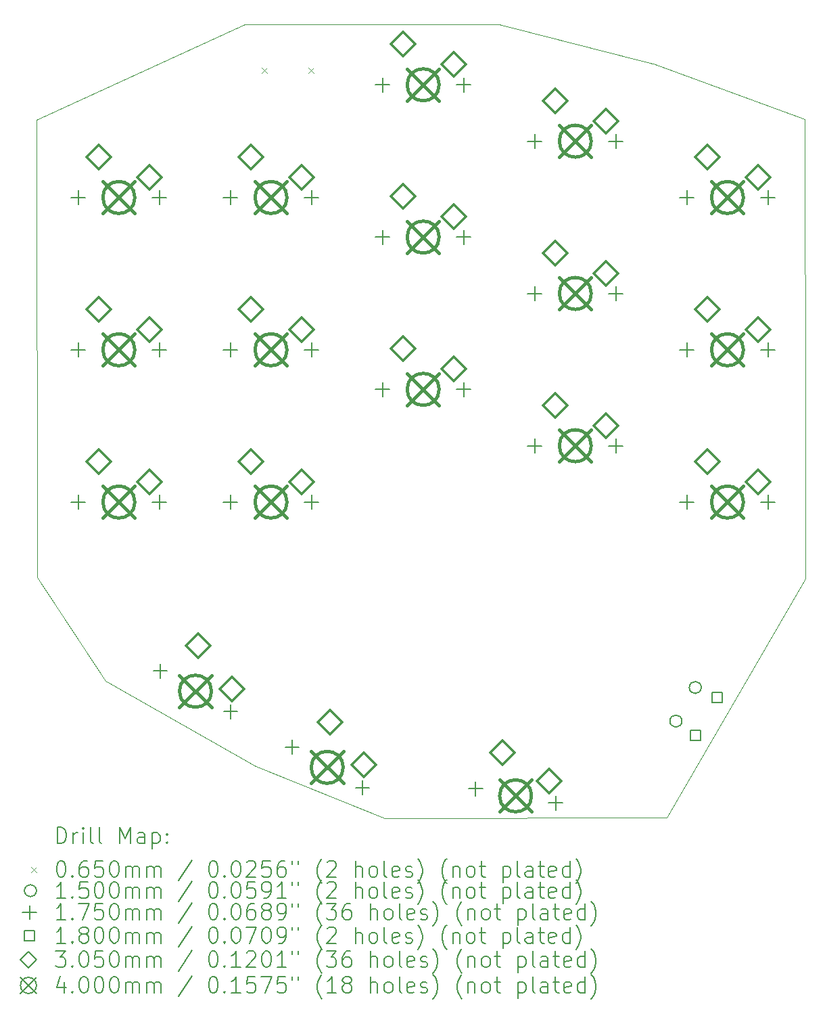
<source format=gbr>
%TF.GenerationSoftware,KiCad,Pcbnew,7.0.9-7.0.9~ubuntu22.04.1*%
%TF.CreationDate,2023-11-28T13:06:25+03:00*%
%TF.ProjectId,Keeb,4b656562-2e6b-4696-9361-645f70636258,rev?*%
%TF.SameCoordinates,Original*%
%TF.FileFunction,Drillmap*%
%TF.FilePolarity,Positive*%
%FSLAX45Y45*%
G04 Gerber Fmt 4.5, Leading zero omitted, Abs format (unit mm)*
G04 Created by KiCad (PCBNEW 7.0.9-7.0.9~ubuntu22.04.1) date 2023-11-28 13:06:25*
%MOMM*%
%LPD*%
G01*
G04 APERTURE LIST*
%ADD10C,0.050000*%
%ADD11C,0.200000*%
%ADD12C,0.100000*%
%ADD13C,0.150000*%
%ADD14C,0.175000*%
%ADD15C,0.180000*%
%ADD16C,0.305000*%
%ADD17C,0.400000*%
G04 APERTURE END LIST*
D10*
X17893000Y-3886000D02*
X17900000Y-3886000D01*
X19800000Y-4582000D01*
X19810000Y-8436000D01*
X19805000Y-10328000D01*
X18076000Y-13319000D01*
X14544000Y-13327000D01*
X12922000Y-12678000D01*
X11043000Y-11612000D01*
X10190000Y-10309294D01*
X10183000Y-4587294D01*
X12789000Y-3399000D01*
X14076000Y-3396294D01*
X15976000Y-3396294D01*
X17893000Y-3886000D01*
D11*
D12*
X13004000Y-3936500D02*
X13069000Y-4001500D01*
X13069000Y-3936500D02*
X13004000Y-4001500D01*
X13584000Y-3936500D02*
X13649000Y-4001500D01*
X13649000Y-3936500D02*
X13584000Y-4001500D01*
D13*
X18262000Y-12112000D02*
G75*
G03*
X18262000Y-12112000I-75000J0D01*
G01*
X18504500Y-11691978D02*
G75*
G03*
X18504500Y-11691978I-75000J0D01*
G01*
D14*
X10704500Y-5474294D02*
X10704500Y-5649294D01*
X10617000Y-5561794D02*
X10792000Y-5561794D01*
X10704500Y-7379294D02*
X10704500Y-7554294D01*
X10617000Y-7466794D02*
X10792000Y-7466794D01*
X10704500Y-9284294D02*
X10704500Y-9459294D01*
X10617000Y-9371794D02*
X10792000Y-9371794D01*
X11720500Y-5474294D02*
X11720500Y-5649294D01*
X11633000Y-5561794D02*
X11808000Y-5561794D01*
X11720500Y-7379294D02*
X11720500Y-7554294D01*
X11633000Y-7466794D02*
X11808000Y-7466794D01*
X11720500Y-9284294D02*
X11720500Y-9459294D01*
X11633000Y-9371794D02*
X11808000Y-9371794D01*
X11731516Y-11396751D02*
X11731516Y-11571751D01*
X11644016Y-11484251D02*
X11819016Y-11484251D01*
X12609500Y-5474294D02*
X12609500Y-5649294D01*
X12522000Y-5561794D02*
X12697000Y-5561794D01*
X12609500Y-7379294D02*
X12609500Y-7554294D01*
X12522000Y-7466794D02*
X12697000Y-7466794D01*
X12609500Y-9284294D02*
X12609500Y-9459294D01*
X12522000Y-9371794D02*
X12697000Y-9371794D01*
X12611398Y-11904751D02*
X12611398Y-12079751D01*
X12523898Y-11992251D02*
X12698898Y-11992251D01*
X13381295Y-12349251D02*
X13381295Y-12524251D01*
X13293795Y-12436751D02*
X13468795Y-12436751D01*
X13625500Y-5474294D02*
X13625500Y-5649294D01*
X13538000Y-5561794D02*
X13713000Y-5561794D01*
X13625500Y-7379294D02*
X13625500Y-7554294D01*
X13538000Y-7466794D02*
X13713000Y-7466794D01*
X13625500Y-9284294D02*
X13625500Y-9459294D01*
X13538000Y-9371794D02*
X13713000Y-9371794D01*
X14261177Y-12857251D02*
X14261177Y-13032251D01*
X14173677Y-12944751D02*
X14348677Y-12944751D01*
X14514500Y-4064294D02*
X14514500Y-4239294D01*
X14427000Y-4151794D02*
X14602000Y-4151794D01*
X14514500Y-5969294D02*
X14514500Y-6144294D01*
X14427000Y-6056794D02*
X14602000Y-6056794D01*
X14514500Y-7874294D02*
X14514500Y-8049294D01*
X14427000Y-7961794D02*
X14602000Y-7961794D01*
X15530500Y-4064294D02*
X15530500Y-4239294D01*
X15443000Y-4151794D02*
X15618000Y-4151794D01*
X15530500Y-5969294D02*
X15530500Y-6144294D01*
X15443000Y-6056794D02*
X15618000Y-6056794D01*
X15530500Y-7874294D02*
X15530500Y-8049294D01*
X15443000Y-7961794D02*
X15618000Y-7961794D01*
X15679435Y-12871073D02*
X15679435Y-13046073D01*
X15591935Y-12958573D02*
X15766935Y-12958573D01*
X16419500Y-4769294D02*
X16419500Y-4944294D01*
X16332000Y-4856794D02*
X16507000Y-4856794D01*
X16419500Y-6674294D02*
X16419500Y-6849294D01*
X16332000Y-6761794D02*
X16507000Y-6761794D01*
X16419500Y-8579294D02*
X16419500Y-8754294D01*
X16332000Y-8666794D02*
X16507000Y-8666794D01*
X16680000Y-13047500D02*
X16680000Y-13222500D01*
X16592500Y-13135000D02*
X16767500Y-13135000D01*
X17435500Y-4769294D02*
X17435500Y-4944294D01*
X17348000Y-4856794D02*
X17523000Y-4856794D01*
X17435500Y-6674294D02*
X17435500Y-6849294D01*
X17348000Y-6761794D02*
X17523000Y-6761794D01*
X17435500Y-8579294D02*
X17435500Y-8754294D01*
X17348000Y-8666794D02*
X17523000Y-8666794D01*
X18324500Y-5474294D02*
X18324500Y-5649294D01*
X18237000Y-5561794D02*
X18412000Y-5561794D01*
X18324500Y-7379294D02*
X18324500Y-7554294D01*
X18237000Y-7466794D02*
X18412000Y-7466794D01*
X18324500Y-9284294D02*
X18324500Y-9459294D01*
X18237000Y-9371794D02*
X18412000Y-9371794D01*
X19340500Y-5474294D02*
X19340500Y-5649294D01*
X19253000Y-5561794D02*
X19428000Y-5561794D01*
X19340500Y-7379294D02*
X19340500Y-7554294D01*
X19253000Y-7466794D02*
X19428000Y-7466794D01*
X19340500Y-9284294D02*
X19340500Y-9459294D01*
X19253000Y-9371794D02*
X19428000Y-9371794D01*
D15*
X18498046Y-12353121D02*
X18498046Y-12225840D01*
X18370766Y-12225840D01*
X18370766Y-12353121D01*
X18498046Y-12353121D01*
X18770546Y-11881137D02*
X18770546Y-11753857D01*
X18643266Y-11753857D01*
X18643266Y-11881137D01*
X18770546Y-11881137D01*
D16*
X10958500Y-5206294D02*
X11111000Y-5053794D01*
X10958500Y-4901294D01*
X10806000Y-5053794D01*
X10958500Y-5206294D01*
X10958500Y-7111294D02*
X11111000Y-6958794D01*
X10958500Y-6806294D01*
X10806000Y-6958794D01*
X10958500Y-7111294D01*
X10958500Y-9016294D02*
X11111000Y-8863794D01*
X10958500Y-8711294D01*
X10806000Y-8863794D01*
X10958500Y-9016294D01*
X11593500Y-5460294D02*
X11746000Y-5307794D01*
X11593500Y-5155294D01*
X11441000Y-5307794D01*
X11593500Y-5460294D01*
X11593500Y-7365294D02*
X11746000Y-7212794D01*
X11593500Y-7060294D01*
X11441000Y-7212794D01*
X11593500Y-7365294D01*
X11593500Y-9270294D02*
X11746000Y-9117794D01*
X11593500Y-8965294D01*
X11441000Y-9117794D01*
X11593500Y-9270294D01*
X12205487Y-11323810D02*
X12357987Y-11171310D01*
X12205487Y-11018810D01*
X12052987Y-11171310D01*
X12205487Y-11323810D01*
X12628413Y-11861281D02*
X12780913Y-11708781D01*
X12628413Y-11556281D01*
X12475913Y-11708781D01*
X12628413Y-11861281D01*
X12863500Y-5206294D02*
X13016000Y-5053794D01*
X12863500Y-4901294D01*
X12711000Y-5053794D01*
X12863500Y-5206294D01*
X12863500Y-7111294D02*
X13016000Y-6958794D01*
X12863500Y-6806294D01*
X12711000Y-6958794D01*
X12863500Y-7111294D01*
X12863500Y-9016294D02*
X13016000Y-8863794D01*
X12863500Y-8711294D01*
X12711000Y-8863794D01*
X12863500Y-9016294D01*
X13498500Y-5460294D02*
X13651000Y-5307794D01*
X13498500Y-5155294D01*
X13346000Y-5307794D01*
X13498500Y-5460294D01*
X13498500Y-7365294D02*
X13651000Y-7212794D01*
X13498500Y-7060294D01*
X13346000Y-7212794D01*
X13498500Y-7365294D01*
X13498500Y-9270294D02*
X13651000Y-9117794D01*
X13498500Y-8965294D01*
X13346000Y-9117794D01*
X13498500Y-9270294D01*
X13855265Y-12276310D02*
X14007765Y-12123810D01*
X13855265Y-11971310D01*
X13702765Y-12123810D01*
X13855265Y-12276310D01*
X14278191Y-12813781D02*
X14430691Y-12661281D01*
X14278191Y-12508781D01*
X14125691Y-12661281D01*
X14278191Y-12813781D01*
X14768500Y-3796294D02*
X14921000Y-3643794D01*
X14768500Y-3491294D01*
X14616000Y-3643794D01*
X14768500Y-3796294D01*
X14768500Y-5701294D02*
X14921000Y-5548794D01*
X14768500Y-5396294D01*
X14616000Y-5548794D01*
X14768500Y-5701294D01*
X14768500Y-7606294D02*
X14921000Y-7453794D01*
X14768500Y-7301294D01*
X14616000Y-7453794D01*
X14768500Y-7606294D01*
X15403500Y-4050294D02*
X15556000Y-3897794D01*
X15403500Y-3745294D01*
X15251000Y-3897794D01*
X15403500Y-4050294D01*
X15403500Y-5955294D02*
X15556000Y-5802794D01*
X15403500Y-5650294D01*
X15251000Y-5802794D01*
X15403500Y-5955294D01*
X15403500Y-7860294D02*
X15556000Y-7707794D01*
X15403500Y-7555294D01*
X15251000Y-7707794D01*
X15403500Y-7860294D01*
X16017790Y-12654898D02*
X16170290Y-12502398D01*
X16017790Y-12349898D01*
X15865290Y-12502398D01*
X16017790Y-12654898D01*
X16599036Y-13015305D02*
X16751536Y-12862805D01*
X16599036Y-12710305D01*
X16446536Y-12862805D01*
X16599036Y-13015305D01*
X16673500Y-4501294D02*
X16826000Y-4348794D01*
X16673500Y-4196294D01*
X16521000Y-4348794D01*
X16673500Y-4501294D01*
X16673500Y-6406294D02*
X16826000Y-6253794D01*
X16673500Y-6101294D01*
X16521000Y-6253794D01*
X16673500Y-6406294D01*
X16673500Y-8311294D02*
X16826000Y-8158794D01*
X16673500Y-8006294D01*
X16521000Y-8158794D01*
X16673500Y-8311294D01*
X17308500Y-4755294D02*
X17461000Y-4602794D01*
X17308500Y-4450294D01*
X17156000Y-4602794D01*
X17308500Y-4755294D01*
X17308500Y-6660294D02*
X17461000Y-6507794D01*
X17308500Y-6355294D01*
X17156000Y-6507794D01*
X17308500Y-6660294D01*
X17308500Y-8565294D02*
X17461000Y-8412794D01*
X17308500Y-8260294D01*
X17156000Y-8412794D01*
X17308500Y-8565294D01*
X18578500Y-5206294D02*
X18731000Y-5053794D01*
X18578500Y-4901294D01*
X18426000Y-5053794D01*
X18578500Y-5206294D01*
X18578500Y-7111294D02*
X18731000Y-6958794D01*
X18578500Y-6806294D01*
X18426000Y-6958794D01*
X18578500Y-7111294D01*
X18578500Y-9016294D02*
X18731000Y-8863794D01*
X18578500Y-8711294D01*
X18426000Y-8863794D01*
X18578500Y-9016294D01*
X19213500Y-5460294D02*
X19366000Y-5307794D01*
X19213500Y-5155294D01*
X19061000Y-5307794D01*
X19213500Y-5460294D01*
X19213500Y-7365294D02*
X19366000Y-7212794D01*
X19213500Y-7060294D01*
X19061000Y-7212794D01*
X19213500Y-7365294D01*
X19213500Y-9270294D02*
X19366000Y-9117794D01*
X19213500Y-8965294D01*
X19061000Y-9117794D01*
X19213500Y-9270294D01*
D17*
X11012500Y-5361794D02*
X11412500Y-5761794D01*
X11412500Y-5361794D02*
X11012500Y-5761794D01*
X11412500Y-5561794D02*
G75*
G03*
X11412500Y-5561794I-200000J0D01*
G01*
X11012500Y-7266794D02*
X11412500Y-7666794D01*
X11412500Y-7266794D02*
X11012500Y-7666794D01*
X11412500Y-7466794D02*
G75*
G03*
X11412500Y-7466794I-200000J0D01*
G01*
X11012500Y-9171794D02*
X11412500Y-9571794D01*
X11412500Y-9171794D02*
X11012500Y-9571794D01*
X11412500Y-9371794D02*
G75*
G03*
X11412500Y-9371794I-200000J0D01*
G01*
X11971457Y-11538251D02*
X12371457Y-11938251D01*
X12371457Y-11538251D02*
X11971457Y-11938251D01*
X12371457Y-11738251D02*
G75*
G03*
X12371457Y-11738251I-200000J0D01*
G01*
X12917500Y-5361794D02*
X13317500Y-5761794D01*
X13317500Y-5361794D02*
X12917500Y-5761794D01*
X13317500Y-5561794D02*
G75*
G03*
X13317500Y-5561794I-200000J0D01*
G01*
X12917500Y-7266794D02*
X13317500Y-7666794D01*
X13317500Y-7266794D02*
X12917500Y-7666794D01*
X13317500Y-7466794D02*
G75*
G03*
X13317500Y-7466794I-200000J0D01*
G01*
X12917500Y-9171794D02*
X13317500Y-9571794D01*
X13317500Y-9171794D02*
X12917500Y-9571794D01*
X13317500Y-9371794D02*
G75*
G03*
X13317500Y-9371794I-200000J0D01*
G01*
X13621236Y-12490751D02*
X14021236Y-12890751D01*
X14021236Y-12490751D02*
X13621236Y-12890751D01*
X14021236Y-12690751D02*
G75*
G03*
X14021236Y-12690751I-200000J0D01*
G01*
X14822500Y-3951794D02*
X15222500Y-4351794D01*
X15222500Y-3951794D02*
X14822500Y-4351794D01*
X15222500Y-4151794D02*
G75*
G03*
X15222500Y-4151794I-200000J0D01*
G01*
X14822500Y-5856794D02*
X15222500Y-6256794D01*
X15222500Y-5856794D02*
X14822500Y-6256794D01*
X15222500Y-6056794D02*
G75*
G03*
X15222500Y-6056794I-200000J0D01*
G01*
X14822500Y-7761794D02*
X15222500Y-8161794D01*
X15222500Y-7761794D02*
X14822500Y-8161794D01*
X15222500Y-7961794D02*
G75*
G03*
X15222500Y-7961794I-200000J0D01*
G01*
X15979718Y-12846787D02*
X16379718Y-13246787D01*
X16379718Y-12846787D02*
X15979718Y-13246787D01*
X16379718Y-13046787D02*
G75*
G03*
X16379718Y-13046787I-200000J0D01*
G01*
X16727500Y-4656794D02*
X17127500Y-5056794D01*
X17127500Y-4656794D02*
X16727500Y-5056794D01*
X17127500Y-4856794D02*
G75*
G03*
X17127500Y-4856794I-200000J0D01*
G01*
X16727500Y-6561794D02*
X17127500Y-6961794D01*
X17127500Y-6561794D02*
X16727500Y-6961794D01*
X17127500Y-6761794D02*
G75*
G03*
X17127500Y-6761794I-200000J0D01*
G01*
X16727500Y-8466794D02*
X17127500Y-8866794D01*
X17127500Y-8466794D02*
X16727500Y-8866794D01*
X17127500Y-8666794D02*
G75*
G03*
X17127500Y-8666794I-200000J0D01*
G01*
X18632500Y-5361794D02*
X19032500Y-5761794D01*
X19032500Y-5361794D02*
X18632500Y-5761794D01*
X19032500Y-5561794D02*
G75*
G03*
X19032500Y-5561794I-200000J0D01*
G01*
X18632500Y-7266794D02*
X19032500Y-7666794D01*
X19032500Y-7266794D02*
X18632500Y-7666794D01*
X19032500Y-7466794D02*
G75*
G03*
X19032500Y-7466794I-200000J0D01*
G01*
X18632500Y-9171794D02*
X19032500Y-9571794D01*
X19032500Y-9171794D02*
X18632500Y-9571794D01*
X19032500Y-9371794D02*
G75*
G03*
X19032500Y-9371794I-200000J0D01*
G01*
D11*
X10441277Y-13640984D02*
X10441277Y-13440984D01*
X10441277Y-13440984D02*
X10488896Y-13440984D01*
X10488896Y-13440984D02*
X10517467Y-13450508D01*
X10517467Y-13450508D02*
X10536515Y-13469555D01*
X10536515Y-13469555D02*
X10546039Y-13488603D01*
X10546039Y-13488603D02*
X10555563Y-13526698D01*
X10555563Y-13526698D02*
X10555563Y-13555269D01*
X10555563Y-13555269D02*
X10546039Y-13593365D01*
X10546039Y-13593365D02*
X10536515Y-13612412D01*
X10536515Y-13612412D02*
X10517467Y-13631460D01*
X10517467Y-13631460D02*
X10488896Y-13640984D01*
X10488896Y-13640984D02*
X10441277Y-13640984D01*
X10641277Y-13640984D02*
X10641277Y-13507650D01*
X10641277Y-13545746D02*
X10650801Y-13526698D01*
X10650801Y-13526698D02*
X10660324Y-13517174D01*
X10660324Y-13517174D02*
X10679372Y-13507650D01*
X10679372Y-13507650D02*
X10698420Y-13507650D01*
X10765086Y-13640984D02*
X10765086Y-13507650D01*
X10765086Y-13440984D02*
X10755563Y-13450508D01*
X10755563Y-13450508D02*
X10765086Y-13460031D01*
X10765086Y-13460031D02*
X10774610Y-13450508D01*
X10774610Y-13450508D02*
X10765086Y-13440984D01*
X10765086Y-13440984D02*
X10765086Y-13460031D01*
X10888896Y-13640984D02*
X10869848Y-13631460D01*
X10869848Y-13631460D02*
X10860324Y-13612412D01*
X10860324Y-13612412D02*
X10860324Y-13440984D01*
X10993658Y-13640984D02*
X10974610Y-13631460D01*
X10974610Y-13631460D02*
X10965086Y-13612412D01*
X10965086Y-13612412D02*
X10965086Y-13440984D01*
X11222229Y-13640984D02*
X11222229Y-13440984D01*
X11222229Y-13440984D02*
X11288896Y-13583841D01*
X11288896Y-13583841D02*
X11355562Y-13440984D01*
X11355562Y-13440984D02*
X11355562Y-13640984D01*
X11536515Y-13640984D02*
X11536515Y-13536222D01*
X11536515Y-13536222D02*
X11526991Y-13517174D01*
X11526991Y-13517174D02*
X11507943Y-13507650D01*
X11507943Y-13507650D02*
X11469848Y-13507650D01*
X11469848Y-13507650D02*
X11450801Y-13517174D01*
X11536515Y-13631460D02*
X11517467Y-13640984D01*
X11517467Y-13640984D02*
X11469848Y-13640984D01*
X11469848Y-13640984D02*
X11450801Y-13631460D01*
X11450801Y-13631460D02*
X11441277Y-13612412D01*
X11441277Y-13612412D02*
X11441277Y-13593365D01*
X11441277Y-13593365D02*
X11450801Y-13574317D01*
X11450801Y-13574317D02*
X11469848Y-13564793D01*
X11469848Y-13564793D02*
X11517467Y-13564793D01*
X11517467Y-13564793D02*
X11536515Y-13555269D01*
X11631753Y-13507650D02*
X11631753Y-13707650D01*
X11631753Y-13517174D02*
X11650801Y-13507650D01*
X11650801Y-13507650D02*
X11688896Y-13507650D01*
X11688896Y-13507650D02*
X11707943Y-13517174D01*
X11707943Y-13517174D02*
X11717467Y-13526698D01*
X11717467Y-13526698D02*
X11726991Y-13545746D01*
X11726991Y-13545746D02*
X11726991Y-13602888D01*
X11726991Y-13602888D02*
X11717467Y-13621936D01*
X11717467Y-13621936D02*
X11707943Y-13631460D01*
X11707943Y-13631460D02*
X11688896Y-13640984D01*
X11688896Y-13640984D02*
X11650801Y-13640984D01*
X11650801Y-13640984D02*
X11631753Y-13631460D01*
X11812705Y-13621936D02*
X11822229Y-13631460D01*
X11822229Y-13631460D02*
X11812705Y-13640984D01*
X11812705Y-13640984D02*
X11803182Y-13631460D01*
X11803182Y-13631460D02*
X11812705Y-13621936D01*
X11812705Y-13621936D02*
X11812705Y-13640984D01*
X11812705Y-13517174D02*
X11822229Y-13526698D01*
X11822229Y-13526698D02*
X11812705Y-13536222D01*
X11812705Y-13536222D02*
X11803182Y-13526698D01*
X11803182Y-13526698D02*
X11812705Y-13517174D01*
X11812705Y-13517174D02*
X11812705Y-13536222D01*
D12*
X10115500Y-13937000D02*
X10180500Y-14002000D01*
X10180500Y-13937000D02*
X10115500Y-14002000D01*
D11*
X10479372Y-13860984D02*
X10498420Y-13860984D01*
X10498420Y-13860984D02*
X10517467Y-13870508D01*
X10517467Y-13870508D02*
X10526991Y-13880031D01*
X10526991Y-13880031D02*
X10536515Y-13899079D01*
X10536515Y-13899079D02*
X10546039Y-13937174D01*
X10546039Y-13937174D02*
X10546039Y-13984793D01*
X10546039Y-13984793D02*
X10536515Y-14022888D01*
X10536515Y-14022888D02*
X10526991Y-14041936D01*
X10526991Y-14041936D02*
X10517467Y-14051460D01*
X10517467Y-14051460D02*
X10498420Y-14060984D01*
X10498420Y-14060984D02*
X10479372Y-14060984D01*
X10479372Y-14060984D02*
X10460324Y-14051460D01*
X10460324Y-14051460D02*
X10450801Y-14041936D01*
X10450801Y-14041936D02*
X10441277Y-14022888D01*
X10441277Y-14022888D02*
X10431753Y-13984793D01*
X10431753Y-13984793D02*
X10431753Y-13937174D01*
X10431753Y-13937174D02*
X10441277Y-13899079D01*
X10441277Y-13899079D02*
X10450801Y-13880031D01*
X10450801Y-13880031D02*
X10460324Y-13870508D01*
X10460324Y-13870508D02*
X10479372Y-13860984D01*
X10631753Y-14041936D02*
X10641277Y-14051460D01*
X10641277Y-14051460D02*
X10631753Y-14060984D01*
X10631753Y-14060984D02*
X10622229Y-14051460D01*
X10622229Y-14051460D02*
X10631753Y-14041936D01*
X10631753Y-14041936D02*
X10631753Y-14060984D01*
X10812705Y-13860984D02*
X10774610Y-13860984D01*
X10774610Y-13860984D02*
X10755563Y-13870508D01*
X10755563Y-13870508D02*
X10746039Y-13880031D01*
X10746039Y-13880031D02*
X10726991Y-13908603D01*
X10726991Y-13908603D02*
X10717467Y-13946698D01*
X10717467Y-13946698D02*
X10717467Y-14022888D01*
X10717467Y-14022888D02*
X10726991Y-14041936D01*
X10726991Y-14041936D02*
X10736515Y-14051460D01*
X10736515Y-14051460D02*
X10755563Y-14060984D01*
X10755563Y-14060984D02*
X10793658Y-14060984D01*
X10793658Y-14060984D02*
X10812705Y-14051460D01*
X10812705Y-14051460D02*
X10822229Y-14041936D01*
X10822229Y-14041936D02*
X10831753Y-14022888D01*
X10831753Y-14022888D02*
X10831753Y-13975269D01*
X10831753Y-13975269D02*
X10822229Y-13956222D01*
X10822229Y-13956222D02*
X10812705Y-13946698D01*
X10812705Y-13946698D02*
X10793658Y-13937174D01*
X10793658Y-13937174D02*
X10755563Y-13937174D01*
X10755563Y-13937174D02*
X10736515Y-13946698D01*
X10736515Y-13946698D02*
X10726991Y-13956222D01*
X10726991Y-13956222D02*
X10717467Y-13975269D01*
X11012705Y-13860984D02*
X10917467Y-13860984D01*
X10917467Y-13860984D02*
X10907944Y-13956222D01*
X10907944Y-13956222D02*
X10917467Y-13946698D01*
X10917467Y-13946698D02*
X10936515Y-13937174D01*
X10936515Y-13937174D02*
X10984134Y-13937174D01*
X10984134Y-13937174D02*
X11003182Y-13946698D01*
X11003182Y-13946698D02*
X11012705Y-13956222D01*
X11012705Y-13956222D02*
X11022229Y-13975269D01*
X11022229Y-13975269D02*
X11022229Y-14022888D01*
X11022229Y-14022888D02*
X11012705Y-14041936D01*
X11012705Y-14041936D02*
X11003182Y-14051460D01*
X11003182Y-14051460D02*
X10984134Y-14060984D01*
X10984134Y-14060984D02*
X10936515Y-14060984D01*
X10936515Y-14060984D02*
X10917467Y-14051460D01*
X10917467Y-14051460D02*
X10907944Y-14041936D01*
X11146039Y-13860984D02*
X11165086Y-13860984D01*
X11165086Y-13860984D02*
X11184134Y-13870508D01*
X11184134Y-13870508D02*
X11193658Y-13880031D01*
X11193658Y-13880031D02*
X11203182Y-13899079D01*
X11203182Y-13899079D02*
X11212705Y-13937174D01*
X11212705Y-13937174D02*
X11212705Y-13984793D01*
X11212705Y-13984793D02*
X11203182Y-14022888D01*
X11203182Y-14022888D02*
X11193658Y-14041936D01*
X11193658Y-14041936D02*
X11184134Y-14051460D01*
X11184134Y-14051460D02*
X11165086Y-14060984D01*
X11165086Y-14060984D02*
X11146039Y-14060984D01*
X11146039Y-14060984D02*
X11126991Y-14051460D01*
X11126991Y-14051460D02*
X11117467Y-14041936D01*
X11117467Y-14041936D02*
X11107944Y-14022888D01*
X11107944Y-14022888D02*
X11098420Y-13984793D01*
X11098420Y-13984793D02*
X11098420Y-13937174D01*
X11098420Y-13937174D02*
X11107944Y-13899079D01*
X11107944Y-13899079D02*
X11117467Y-13880031D01*
X11117467Y-13880031D02*
X11126991Y-13870508D01*
X11126991Y-13870508D02*
X11146039Y-13860984D01*
X11298420Y-14060984D02*
X11298420Y-13927650D01*
X11298420Y-13946698D02*
X11307943Y-13937174D01*
X11307943Y-13937174D02*
X11326991Y-13927650D01*
X11326991Y-13927650D02*
X11355563Y-13927650D01*
X11355563Y-13927650D02*
X11374610Y-13937174D01*
X11374610Y-13937174D02*
X11384134Y-13956222D01*
X11384134Y-13956222D02*
X11384134Y-14060984D01*
X11384134Y-13956222D02*
X11393658Y-13937174D01*
X11393658Y-13937174D02*
X11412705Y-13927650D01*
X11412705Y-13927650D02*
X11441277Y-13927650D01*
X11441277Y-13927650D02*
X11460324Y-13937174D01*
X11460324Y-13937174D02*
X11469848Y-13956222D01*
X11469848Y-13956222D02*
X11469848Y-14060984D01*
X11565086Y-14060984D02*
X11565086Y-13927650D01*
X11565086Y-13946698D02*
X11574610Y-13937174D01*
X11574610Y-13937174D02*
X11593658Y-13927650D01*
X11593658Y-13927650D02*
X11622229Y-13927650D01*
X11622229Y-13927650D02*
X11641277Y-13937174D01*
X11641277Y-13937174D02*
X11650801Y-13956222D01*
X11650801Y-13956222D02*
X11650801Y-14060984D01*
X11650801Y-13956222D02*
X11660324Y-13937174D01*
X11660324Y-13937174D02*
X11679372Y-13927650D01*
X11679372Y-13927650D02*
X11707943Y-13927650D01*
X11707943Y-13927650D02*
X11726991Y-13937174D01*
X11726991Y-13937174D02*
X11736515Y-13956222D01*
X11736515Y-13956222D02*
X11736515Y-14060984D01*
X12126991Y-13851460D02*
X11955563Y-14108603D01*
X12384134Y-13860984D02*
X12403182Y-13860984D01*
X12403182Y-13860984D02*
X12422229Y-13870508D01*
X12422229Y-13870508D02*
X12431753Y-13880031D01*
X12431753Y-13880031D02*
X12441277Y-13899079D01*
X12441277Y-13899079D02*
X12450801Y-13937174D01*
X12450801Y-13937174D02*
X12450801Y-13984793D01*
X12450801Y-13984793D02*
X12441277Y-14022888D01*
X12441277Y-14022888D02*
X12431753Y-14041936D01*
X12431753Y-14041936D02*
X12422229Y-14051460D01*
X12422229Y-14051460D02*
X12403182Y-14060984D01*
X12403182Y-14060984D02*
X12384134Y-14060984D01*
X12384134Y-14060984D02*
X12365086Y-14051460D01*
X12365086Y-14051460D02*
X12355563Y-14041936D01*
X12355563Y-14041936D02*
X12346039Y-14022888D01*
X12346039Y-14022888D02*
X12336515Y-13984793D01*
X12336515Y-13984793D02*
X12336515Y-13937174D01*
X12336515Y-13937174D02*
X12346039Y-13899079D01*
X12346039Y-13899079D02*
X12355563Y-13880031D01*
X12355563Y-13880031D02*
X12365086Y-13870508D01*
X12365086Y-13870508D02*
X12384134Y-13860984D01*
X12536515Y-14041936D02*
X12546039Y-14051460D01*
X12546039Y-14051460D02*
X12536515Y-14060984D01*
X12536515Y-14060984D02*
X12526991Y-14051460D01*
X12526991Y-14051460D02*
X12536515Y-14041936D01*
X12536515Y-14041936D02*
X12536515Y-14060984D01*
X12669848Y-13860984D02*
X12688896Y-13860984D01*
X12688896Y-13860984D02*
X12707944Y-13870508D01*
X12707944Y-13870508D02*
X12717467Y-13880031D01*
X12717467Y-13880031D02*
X12726991Y-13899079D01*
X12726991Y-13899079D02*
X12736515Y-13937174D01*
X12736515Y-13937174D02*
X12736515Y-13984793D01*
X12736515Y-13984793D02*
X12726991Y-14022888D01*
X12726991Y-14022888D02*
X12717467Y-14041936D01*
X12717467Y-14041936D02*
X12707944Y-14051460D01*
X12707944Y-14051460D02*
X12688896Y-14060984D01*
X12688896Y-14060984D02*
X12669848Y-14060984D01*
X12669848Y-14060984D02*
X12650801Y-14051460D01*
X12650801Y-14051460D02*
X12641277Y-14041936D01*
X12641277Y-14041936D02*
X12631753Y-14022888D01*
X12631753Y-14022888D02*
X12622229Y-13984793D01*
X12622229Y-13984793D02*
X12622229Y-13937174D01*
X12622229Y-13937174D02*
X12631753Y-13899079D01*
X12631753Y-13899079D02*
X12641277Y-13880031D01*
X12641277Y-13880031D02*
X12650801Y-13870508D01*
X12650801Y-13870508D02*
X12669848Y-13860984D01*
X12812706Y-13880031D02*
X12822229Y-13870508D01*
X12822229Y-13870508D02*
X12841277Y-13860984D01*
X12841277Y-13860984D02*
X12888896Y-13860984D01*
X12888896Y-13860984D02*
X12907944Y-13870508D01*
X12907944Y-13870508D02*
X12917467Y-13880031D01*
X12917467Y-13880031D02*
X12926991Y-13899079D01*
X12926991Y-13899079D02*
X12926991Y-13918127D01*
X12926991Y-13918127D02*
X12917467Y-13946698D01*
X12917467Y-13946698D02*
X12803182Y-14060984D01*
X12803182Y-14060984D02*
X12926991Y-14060984D01*
X13107944Y-13860984D02*
X13012706Y-13860984D01*
X13012706Y-13860984D02*
X13003182Y-13956222D01*
X13003182Y-13956222D02*
X13012706Y-13946698D01*
X13012706Y-13946698D02*
X13031753Y-13937174D01*
X13031753Y-13937174D02*
X13079372Y-13937174D01*
X13079372Y-13937174D02*
X13098420Y-13946698D01*
X13098420Y-13946698D02*
X13107944Y-13956222D01*
X13107944Y-13956222D02*
X13117467Y-13975269D01*
X13117467Y-13975269D02*
X13117467Y-14022888D01*
X13117467Y-14022888D02*
X13107944Y-14041936D01*
X13107944Y-14041936D02*
X13098420Y-14051460D01*
X13098420Y-14051460D02*
X13079372Y-14060984D01*
X13079372Y-14060984D02*
X13031753Y-14060984D01*
X13031753Y-14060984D02*
X13012706Y-14051460D01*
X13012706Y-14051460D02*
X13003182Y-14041936D01*
X13288896Y-13860984D02*
X13250801Y-13860984D01*
X13250801Y-13860984D02*
X13231753Y-13870508D01*
X13231753Y-13870508D02*
X13222229Y-13880031D01*
X13222229Y-13880031D02*
X13203182Y-13908603D01*
X13203182Y-13908603D02*
X13193658Y-13946698D01*
X13193658Y-13946698D02*
X13193658Y-14022888D01*
X13193658Y-14022888D02*
X13203182Y-14041936D01*
X13203182Y-14041936D02*
X13212706Y-14051460D01*
X13212706Y-14051460D02*
X13231753Y-14060984D01*
X13231753Y-14060984D02*
X13269848Y-14060984D01*
X13269848Y-14060984D02*
X13288896Y-14051460D01*
X13288896Y-14051460D02*
X13298420Y-14041936D01*
X13298420Y-14041936D02*
X13307944Y-14022888D01*
X13307944Y-14022888D02*
X13307944Y-13975269D01*
X13307944Y-13975269D02*
X13298420Y-13956222D01*
X13298420Y-13956222D02*
X13288896Y-13946698D01*
X13288896Y-13946698D02*
X13269848Y-13937174D01*
X13269848Y-13937174D02*
X13231753Y-13937174D01*
X13231753Y-13937174D02*
X13212706Y-13946698D01*
X13212706Y-13946698D02*
X13203182Y-13956222D01*
X13203182Y-13956222D02*
X13193658Y-13975269D01*
X13384134Y-13860984D02*
X13384134Y-13899079D01*
X13460325Y-13860984D02*
X13460325Y-13899079D01*
X13755563Y-14137174D02*
X13746039Y-14127650D01*
X13746039Y-14127650D02*
X13726991Y-14099079D01*
X13726991Y-14099079D02*
X13717468Y-14080031D01*
X13717468Y-14080031D02*
X13707944Y-14051460D01*
X13707944Y-14051460D02*
X13698420Y-14003841D01*
X13698420Y-14003841D02*
X13698420Y-13965746D01*
X13698420Y-13965746D02*
X13707944Y-13918127D01*
X13707944Y-13918127D02*
X13717468Y-13889555D01*
X13717468Y-13889555D02*
X13726991Y-13870508D01*
X13726991Y-13870508D02*
X13746039Y-13841936D01*
X13746039Y-13841936D02*
X13755563Y-13832412D01*
X13822229Y-13880031D02*
X13831753Y-13870508D01*
X13831753Y-13870508D02*
X13850801Y-13860984D01*
X13850801Y-13860984D02*
X13898420Y-13860984D01*
X13898420Y-13860984D02*
X13917468Y-13870508D01*
X13917468Y-13870508D02*
X13926991Y-13880031D01*
X13926991Y-13880031D02*
X13936515Y-13899079D01*
X13936515Y-13899079D02*
X13936515Y-13918127D01*
X13936515Y-13918127D02*
X13926991Y-13946698D01*
X13926991Y-13946698D02*
X13812706Y-14060984D01*
X13812706Y-14060984D02*
X13936515Y-14060984D01*
X14174610Y-14060984D02*
X14174610Y-13860984D01*
X14260325Y-14060984D02*
X14260325Y-13956222D01*
X14260325Y-13956222D02*
X14250801Y-13937174D01*
X14250801Y-13937174D02*
X14231753Y-13927650D01*
X14231753Y-13927650D02*
X14203182Y-13927650D01*
X14203182Y-13927650D02*
X14184134Y-13937174D01*
X14184134Y-13937174D02*
X14174610Y-13946698D01*
X14384134Y-14060984D02*
X14365087Y-14051460D01*
X14365087Y-14051460D02*
X14355563Y-14041936D01*
X14355563Y-14041936D02*
X14346039Y-14022888D01*
X14346039Y-14022888D02*
X14346039Y-13965746D01*
X14346039Y-13965746D02*
X14355563Y-13946698D01*
X14355563Y-13946698D02*
X14365087Y-13937174D01*
X14365087Y-13937174D02*
X14384134Y-13927650D01*
X14384134Y-13927650D02*
X14412706Y-13927650D01*
X14412706Y-13927650D02*
X14431753Y-13937174D01*
X14431753Y-13937174D02*
X14441277Y-13946698D01*
X14441277Y-13946698D02*
X14450801Y-13965746D01*
X14450801Y-13965746D02*
X14450801Y-14022888D01*
X14450801Y-14022888D02*
X14441277Y-14041936D01*
X14441277Y-14041936D02*
X14431753Y-14051460D01*
X14431753Y-14051460D02*
X14412706Y-14060984D01*
X14412706Y-14060984D02*
X14384134Y-14060984D01*
X14565087Y-14060984D02*
X14546039Y-14051460D01*
X14546039Y-14051460D02*
X14536515Y-14032412D01*
X14536515Y-14032412D02*
X14536515Y-13860984D01*
X14717468Y-14051460D02*
X14698420Y-14060984D01*
X14698420Y-14060984D02*
X14660325Y-14060984D01*
X14660325Y-14060984D02*
X14641277Y-14051460D01*
X14641277Y-14051460D02*
X14631753Y-14032412D01*
X14631753Y-14032412D02*
X14631753Y-13956222D01*
X14631753Y-13956222D02*
X14641277Y-13937174D01*
X14641277Y-13937174D02*
X14660325Y-13927650D01*
X14660325Y-13927650D02*
X14698420Y-13927650D01*
X14698420Y-13927650D02*
X14717468Y-13937174D01*
X14717468Y-13937174D02*
X14726991Y-13956222D01*
X14726991Y-13956222D02*
X14726991Y-13975269D01*
X14726991Y-13975269D02*
X14631753Y-13994317D01*
X14803182Y-14051460D02*
X14822230Y-14060984D01*
X14822230Y-14060984D02*
X14860325Y-14060984D01*
X14860325Y-14060984D02*
X14879372Y-14051460D01*
X14879372Y-14051460D02*
X14888896Y-14032412D01*
X14888896Y-14032412D02*
X14888896Y-14022888D01*
X14888896Y-14022888D02*
X14879372Y-14003841D01*
X14879372Y-14003841D02*
X14860325Y-13994317D01*
X14860325Y-13994317D02*
X14831753Y-13994317D01*
X14831753Y-13994317D02*
X14812706Y-13984793D01*
X14812706Y-13984793D02*
X14803182Y-13965746D01*
X14803182Y-13965746D02*
X14803182Y-13956222D01*
X14803182Y-13956222D02*
X14812706Y-13937174D01*
X14812706Y-13937174D02*
X14831753Y-13927650D01*
X14831753Y-13927650D02*
X14860325Y-13927650D01*
X14860325Y-13927650D02*
X14879372Y-13937174D01*
X14955563Y-14137174D02*
X14965087Y-14127650D01*
X14965087Y-14127650D02*
X14984134Y-14099079D01*
X14984134Y-14099079D02*
X14993658Y-14080031D01*
X14993658Y-14080031D02*
X15003182Y-14051460D01*
X15003182Y-14051460D02*
X15012706Y-14003841D01*
X15012706Y-14003841D02*
X15012706Y-13965746D01*
X15012706Y-13965746D02*
X15003182Y-13918127D01*
X15003182Y-13918127D02*
X14993658Y-13889555D01*
X14993658Y-13889555D02*
X14984134Y-13870508D01*
X14984134Y-13870508D02*
X14965087Y-13841936D01*
X14965087Y-13841936D02*
X14955563Y-13832412D01*
X15317468Y-14137174D02*
X15307944Y-14127650D01*
X15307944Y-14127650D02*
X15288896Y-14099079D01*
X15288896Y-14099079D02*
X15279372Y-14080031D01*
X15279372Y-14080031D02*
X15269849Y-14051460D01*
X15269849Y-14051460D02*
X15260325Y-14003841D01*
X15260325Y-14003841D02*
X15260325Y-13965746D01*
X15260325Y-13965746D02*
X15269849Y-13918127D01*
X15269849Y-13918127D02*
X15279372Y-13889555D01*
X15279372Y-13889555D02*
X15288896Y-13870508D01*
X15288896Y-13870508D02*
X15307944Y-13841936D01*
X15307944Y-13841936D02*
X15317468Y-13832412D01*
X15393658Y-13927650D02*
X15393658Y-14060984D01*
X15393658Y-13946698D02*
X15403182Y-13937174D01*
X15403182Y-13937174D02*
X15422230Y-13927650D01*
X15422230Y-13927650D02*
X15450801Y-13927650D01*
X15450801Y-13927650D02*
X15469849Y-13937174D01*
X15469849Y-13937174D02*
X15479372Y-13956222D01*
X15479372Y-13956222D02*
X15479372Y-14060984D01*
X15603182Y-14060984D02*
X15584134Y-14051460D01*
X15584134Y-14051460D02*
X15574611Y-14041936D01*
X15574611Y-14041936D02*
X15565087Y-14022888D01*
X15565087Y-14022888D02*
X15565087Y-13965746D01*
X15565087Y-13965746D02*
X15574611Y-13946698D01*
X15574611Y-13946698D02*
X15584134Y-13937174D01*
X15584134Y-13937174D02*
X15603182Y-13927650D01*
X15603182Y-13927650D02*
X15631753Y-13927650D01*
X15631753Y-13927650D02*
X15650801Y-13937174D01*
X15650801Y-13937174D02*
X15660325Y-13946698D01*
X15660325Y-13946698D02*
X15669849Y-13965746D01*
X15669849Y-13965746D02*
X15669849Y-14022888D01*
X15669849Y-14022888D02*
X15660325Y-14041936D01*
X15660325Y-14041936D02*
X15650801Y-14051460D01*
X15650801Y-14051460D02*
X15631753Y-14060984D01*
X15631753Y-14060984D02*
X15603182Y-14060984D01*
X15726992Y-13927650D02*
X15803182Y-13927650D01*
X15755563Y-13860984D02*
X15755563Y-14032412D01*
X15755563Y-14032412D02*
X15765087Y-14051460D01*
X15765087Y-14051460D02*
X15784134Y-14060984D01*
X15784134Y-14060984D02*
X15803182Y-14060984D01*
X16022230Y-13927650D02*
X16022230Y-14127650D01*
X16022230Y-13937174D02*
X16041277Y-13927650D01*
X16041277Y-13927650D02*
X16079373Y-13927650D01*
X16079373Y-13927650D02*
X16098420Y-13937174D01*
X16098420Y-13937174D02*
X16107944Y-13946698D01*
X16107944Y-13946698D02*
X16117468Y-13965746D01*
X16117468Y-13965746D02*
X16117468Y-14022888D01*
X16117468Y-14022888D02*
X16107944Y-14041936D01*
X16107944Y-14041936D02*
X16098420Y-14051460D01*
X16098420Y-14051460D02*
X16079373Y-14060984D01*
X16079373Y-14060984D02*
X16041277Y-14060984D01*
X16041277Y-14060984D02*
X16022230Y-14051460D01*
X16231753Y-14060984D02*
X16212706Y-14051460D01*
X16212706Y-14051460D02*
X16203182Y-14032412D01*
X16203182Y-14032412D02*
X16203182Y-13860984D01*
X16393658Y-14060984D02*
X16393658Y-13956222D01*
X16393658Y-13956222D02*
X16384134Y-13937174D01*
X16384134Y-13937174D02*
X16365087Y-13927650D01*
X16365087Y-13927650D02*
X16326992Y-13927650D01*
X16326992Y-13927650D02*
X16307944Y-13937174D01*
X16393658Y-14051460D02*
X16374611Y-14060984D01*
X16374611Y-14060984D02*
X16326992Y-14060984D01*
X16326992Y-14060984D02*
X16307944Y-14051460D01*
X16307944Y-14051460D02*
X16298420Y-14032412D01*
X16298420Y-14032412D02*
X16298420Y-14013365D01*
X16298420Y-14013365D02*
X16307944Y-13994317D01*
X16307944Y-13994317D02*
X16326992Y-13984793D01*
X16326992Y-13984793D02*
X16374611Y-13984793D01*
X16374611Y-13984793D02*
X16393658Y-13975269D01*
X16460325Y-13927650D02*
X16536515Y-13927650D01*
X16488896Y-13860984D02*
X16488896Y-14032412D01*
X16488896Y-14032412D02*
X16498420Y-14051460D01*
X16498420Y-14051460D02*
X16517468Y-14060984D01*
X16517468Y-14060984D02*
X16536515Y-14060984D01*
X16679373Y-14051460D02*
X16660325Y-14060984D01*
X16660325Y-14060984D02*
X16622230Y-14060984D01*
X16622230Y-14060984D02*
X16603182Y-14051460D01*
X16603182Y-14051460D02*
X16593658Y-14032412D01*
X16593658Y-14032412D02*
X16593658Y-13956222D01*
X16593658Y-13956222D02*
X16603182Y-13937174D01*
X16603182Y-13937174D02*
X16622230Y-13927650D01*
X16622230Y-13927650D02*
X16660325Y-13927650D01*
X16660325Y-13927650D02*
X16679373Y-13937174D01*
X16679373Y-13937174D02*
X16688896Y-13956222D01*
X16688896Y-13956222D02*
X16688896Y-13975269D01*
X16688896Y-13975269D02*
X16593658Y-13994317D01*
X16860325Y-14060984D02*
X16860325Y-13860984D01*
X16860325Y-14051460D02*
X16841277Y-14060984D01*
X16841277Y-14060984D02*
X16803182Y-14060984D01*
X16803182Y-14060984D02*
X16784135Y-14051460D01*
X16784135Y-14051460D02*
X16774611Y-14041936D01*
X16774611Y-14041936D02*
X16765087Y-14022888D01*
X16765087Y-14022888D02*
X16765087Y-13965746D01*
X16765087Y-13965746D02*
X16774611Y-13946698D01*
X16774611Y-13946698D02*
X16784135Y-13937174D01*
X16784135Y-13937174D02*
X16803182Y-13927650D01*
X16803182Y-13927650D02*
X16841277Y-13927650D01*
X16841277Y-13927650D02*
X16860325Y-13937174D01*
X16936516Y-14137174D02*
X16946039Y-14127650D01*
X16946039Y-14127650D02*
X16965087Y-14099079D01*
X16965087Y-14099079D02*
X16974611Y-14080031D01*
X16974611Y-14080031D02*
X16984135Y-14051460D01*
X16984135Y-14051460D02*
X16993658Y-14003841D01*
X16993658Y-14003841D02*
X16993658Y-13965746D01*
X16993658Y-13965746D02*
X16984135Y-13918127D01*
X16984135Y-13918127D02*
X16974611Y-13889555D01*
X16974611Y-13889555D02*
X16965087Y-13870508D01*
X16965087Y-13870508D02*
X16946039Y-13841936D01*
X16946039Y-13841936D02*
X16936516Y-13832412D01*
D13*
X10180500Y-14233500D02*
G75*
G03*
X10180500Y-14233500I-75000J0D01*
G01*
D11*
X10546039Y-14324984D02*
X10431753Y-14324984D01*
X10488896Y-14324984D02*
X10488896Y-14124984D01*
X10488896Y-14124984D02*
X10469848Y-14153555D01*
X10469848Y-14153555D02*
X10450801Y-14172603D01*
X10450801Y-14172603D02*
X10431753Y-14182127D01*
X10631753Y-14305936D02*
X10641277Y-14315460D01*
X10641277Y-14315460D02*
X10631753Y-14324984D01*
X10631753Y-14324984D02*
X10622229Y-14315460D01*
X10622229Y-14315460D02*
X10631753Y-14305936D01*
X10631753Y-14305936D02*
X10631753Y-14324984D01*
X10822229Y-14124984D02*
X10726991Y-14124984D01*
X10726991Y-14124984D02*
X10717467Y-14220222D01*
X10717467Y-14220222D02*
X10726991Y-14210698D01*
X10726991Y-14210698D02*
X10746039Y-14201174D01*
X10746039Y-14201174D02*
X10793658Y-14201174D01*
X10793658Y-14201174D02*
X10812705Y-14210698D01*
X10812705Y-14210698D02*
X10822229Y-14220222D01*
X10822229Y-14220222D02*
X10831753Y-14239269D01*
X10831753Y-14239269D02*
X10831753Y-14286888D01*
X10831753Y-14286888D02*
X10822229Y-14305936D01*
X10822229Y-14305936D02*
X10812705Y-14315460D01*
X10812705Y-14315460D02*
X10793658Y-14324984D01*
X10793658Y-14324984D02*
X10746039Y-14324984D01*
X10746039Y-14324984D02*
X10726991Y-14315460D01*
X10726991Y-14315460D02*
X10717467Y-14305936D01*
X10955563Y-14124984D02*
X10974610Y-14124984D01*
X10974610Y-14124984D02*
X10993658Y-14134508D01*
X10993658Y-14134508D02*
X11003182Y-14144031D01*
X11003182Y-14144031D02*
X11012705Y-14163079D01*
X11012705Y-14163079D02*
X11022229Y-14201174D01*
X11022229Y-14201174D02*
X11022229Y-14248793D01*
X11022229Y-14248793D02*
X11012705Y-14286888D01*
X11012705Y-14286888D02*
X11003182Y-14305936D01*
X11003182Y-14305936D02*
X10993658Y-14315460D01*
X10993658Y-14315460D02*
X10974610Y-14324984D01*
X10974610Y-14324984D02*
X10955563Y-14324984D01*
X10955563Y-14324984D02*
X10936515Y-14315460D01*
X10936515Y-14315460D02*
X10926991Y-14305936D01*
X10926991Y-14305936D02*
X10917467Y-14286888D01*
X10917467Y-14286888D02*
X10907944Y-14248793D01*
X10907944Y-14248793D02*
X10907944Y-14201174D01*
X10907944Y-14201174D02*
X10917467Y-14163079D01*
X10917467Y-14163079D02*
X10926991Y-14144031D01*
X10926991Y-14144031D02*
X10936515Y-14134508D01*
X10936515Y-14134508D02*
X10955563Y-14124984D01*
X11146039Y-14124984D02*
X11165086Y-14124984D01*
X11165086Y-14124984D02*
X11184134Y-14134508D01*
X11184134Y-14134508D02*
X11193658Y-14144031D01*
X11193658Y-14144031D02*
X11203182Y-14163079D01*
X11203182Y-14163079D02*
X11212705Y-14201174D01*
X11212705Y-14201174D02*
X11212705Y-14248793D01*
X11212705Y-14248793D02*
X11203182Y-14286888D01*
X11203182Y-14286888D02*
X11193658Y-14305936D01*
X11193658Y-14305936D02*
X11184134Y-14315460D01*
X11184134Y-14315460D02*
X11165086Y-14324984D01*
X11165086Y-14324984D02*
X11146039Y-14324984D01*
X11146039Y-14324984D02*
X11126991Y-14315460D01*
X11126991Y-14315460D02*
X11117467Y-14305936D01*
X11117467Y-14305936D02*
X11107944Y-14286888D01*
X11107944Y-14286888D02*
X11098420Y-14248793D01*
X11098420Y-14248793D02*
X11098420Y-14201174D01*
X11098420Y-14201174D02*
X11107944Y-14163079D01*
X11107944Y-14163079D02*
X11117467Y-14144031D01*
X11117467Y-14144031D02*
X11126991Y-14134508D01*
X11126991Y-14134508D02*
X11146039Y-14124984D01*
X11298420Y-14324984D02*
X11298420Y-14191650D01*
X11298420Y-14210698D02*
X11307943Y-14201174D01*
X11307943Y-14201174D02*
X11326991Y-14191650D01*
X11326991Y-14191650D02*
X11355563Y-14191650D01*
X11355563Y-14191650D02*
X11374610Y-14201174D01*
X11374610Y-14201174D02*
X11384134Y-14220222D01*
X11384134Y-14220222D02*
X11384134Y-14324984D01*
X11384134Y-14220222D02*
X11393658Y-14201174D01*
X11393658Y-14201174D02*
X11412705Y-14191650D01*
X11412705Y-14191650D02*
X11441277Y-14191650D01*
X11441277Y-14191650D02*
X11460324Y-14201174D01*
X11460324Y-14201174D02*
X11469848Y-14220222D01*
X11469848Y-14220222D02*
X11469848Y-14324984D01*
X11565086Y-14324984D02*
X11565086Y-14191650D01*
X11565086Y-14210698D02*
X11574610Y-14201174D01*
X11574610Y-14201174D02*
X11593658Y-14191650D01*
X11593658Y-14191650D02*
X11622229Y-14191650D01*
X11622229Y-14191650D02*
X11641277Y-14201174D01*
X11641277Y-14201174D02*
X11650801Y-14220222D01*
X11650801Y-14220222D02*
X11650801Y-14324984D01*
X11650801Y-14220222D02*
X11660324Y-14201174D01*
X11660324Y-14201174D02*
X11679372Y-14191650D01*
X11679372Y-14191650D02*
X11707943Y-14191650D01*
X11707943Y-14191650D02*
X11726991Y-14201174D01*
X11726991Y-14201174D02*
X11736515Y-14220222D01*
X11736515Y-14220222D02*
X11736515Y-14324984D01*
X12126991Y-14115460D02*
X11955563Y-14372603D01*
X12384134Y-14124984D02*
X12403182Y-14124984D01*
X12403182Y-14124984D02*
X12422229Y-14134508D01*
X12422229Y-14134508D02*
X12431753Y-14144031D01*
X12431753Y-14144031D02*
X12441277Y-14163079D01*
X12441277Y-14163079D02*
X12450801Y-14201174D01*
X12450801Y-14201174D02*
X12450801Y-14248793D01*
X12450801Y-14248793D02*
X12441277Y-14286888D01*
X12441277Y-14286888D02*
X12431753Y-14305936D01*
X12431753Y-14305936D02*
X12422229Y-14315460D01*
X12422229Y-14315460D02*
X12403182Y-14324984D01*
X12403182Y-14324984D02*
X12384134Y-14324984D01*
X12384134Y-14324984D02*
X12365086Y-14315460D01*
X12365086Y-14315460D02*
X12355563Y-14305936D01*
X12355563Y-14305936D02*
X12346039Y-14286888D01*
X12346039Y-14286888D02*
X12336515Y-14248793D01*
X12336515Y-14248793D02*
X12336515Y-14201174D01*
X12336515Y-14201174D02*
X12346039Y-14163079D01*
X12346039Y-14163079D02*
X12355563Y-14144031D01*
X12355563Y-14144031D02*
X12365086Y-14134508D01*
X12365086Y-14134508D02*
X12384134Y-14124984D01*
X12536515Y-14305936D02*
X12546039Y-14315460D01*
X12546039Y-14315460D02*
X12536515Y-14324984D01*
X12536515Y-14324984D02*
X12526991Y-14315460D01*
X12526991Y-14315460D02*
X12536515Y-14305936D01*
X12536515Y-14305936D02*
X12536515Y-14324984D01*
X12669848Y-14124984D02*
X12688896Y-14124984D01*
X12688896Y-14124984D02*
X12707944Y-14134508D01*
X12707944Y-14134508D02*
X12717467Y-14144031D01*
X12717467Y-14144031D02*
X12726991Y-14163079D01*
X12726991Y-14163079D02*
X12736515Y-14201174D01*
X12736515Y-14201174D02*
X12736515Y-14248793D01*
X12736515Y-14248793D02*
X12726991Y-14286888D01*
X12726991Y-14286888D02*
X12717467Y-14305936D01*
X12717467Y-14305936D02*
X12707944Y-14315460D01*
X12707944Y-14315460D02*
X12688896Y-14324984D01*
X12688896Y-14324984D02*
X12669848Y-14324984D01*
X12669848Y-14324984D02*
X12650801Y-14315460D01*
X12650801Y-14315460D02*
X12641277Y-14305936D01*
X12641277Y-14305936D02*
X12631753Y-14286888D01*
X12631753Y-14286888D02*
X12622229Y-14248793D01*
X12622229Y-14248793D02*
X12622229Y-14201174D01*
X12622229Y-14201174D02*
X12631753Y-14163079D01*
X12631753Y-14163079D02*
X12641277Y-14144031D01*
X12641277Y-14144031D02*
X12650801Y-14134508D01*
X12650801Y-14134508D02*
X12669848Y-14124984D01*
X12917467Y-14124984D02*
X12822229Y-14124984D01*
X12822229Y-14124984D02*
X12812706Y-14220222D01*
X12812706Y-14220222D02*
X12822229Y-14210698D01*
X12822229Y-14210698D02*
X12841277Y-14201174D01*
X12841277Y-14201174D02*
X12888896Y-14201174D01*
X12888896Y-14201174D02*
X12907944Y-14210698D01*
X12907944Y-14210698D02*
X12917467Y-14220222D01*
X12917467Y-14220222D02*
X12926991Y-14239269D01*
X12926991Y-14239269D02*
X12926991Y-14286888D01*
X12926991Y-14286888D02*
X12917467Y-14305936D01*
X12917467Y-14305936D02*
X12907944Y-14315460D01*
X12907944Y-14315460D02*
X12888896Y-14324984D01*
X12888896Y-14324984D02*
X12841277Y-14324984D01*
X12841277Y-14324984D02*
X12822229Y-14315460D01*
X12822229Y-14315460D02*
X12812706Y-14305936D01*
X13022229Y-14324984D02*
X13060325Y-14324984D01*
X13060325Y-14324984D02*
X13079372Y-14315460D01*
X13079372Y-14315460D02*
X13088896Y-14305936D01*
X13088896Y-14305936D02*
X13107944Y-14277365D01*
X13107944Y-14277365D02*
X13117467Y-14239269D01*
X13117467Y-14239269D02*
X13117467Y-14163079D01*
X13117467Y-14163079D02*
X13107944Y-14144031D01*
X13107944Y-14144031D02*
X13098420Y-14134508D01*
X13098420Y-14134508D02*
X13079372Y-14124984D01*
X13079372Y-14124984D02*
X13041277Y-14124984D01*
X13041277Y-14124984D02*
X13022229Y-14134508D01*
X13022229Y-14134508D02*
X13012706Y-14144031D01*
X13012706Y-14144031D02*
X13003182Y-14163079D01*
X13003182Y-14163079D02*
X13003182Y-14210698D01*
X13003182Y-14210698D02*
X13012706Y-14229746D01*
X13012706Y-14229746D02*
X13022229Y-14239269D01*
X13022229Y-14239269D02*
X13041277Y-14248793D01*
X13041277Y-14248793D02*
X13079372Y-14248793D01*
X13079372Y-14248793D02*
X13098420Y-14239269D01*
X13098420Y-14239269D02*
X13107944Y-14229746D01*
X13107944Y-14229746D02*
X13117467Y-14210698D01*
X13307944Y-14324984D02*
X13193658Y-14324984D01*
X13250801Y-14324984D02*
X13250801Y-14124984D01*
X13250801Y-14124984D02*
X13231753Y-14153555D01*
X13231753Y-14153555D02*
X13212706Y-14172603D01*
X13212706Y-14172603D02*
X13193658Y-14182127D01*
X13384134Y-14124984D02*
X13384134Y-14163079D01*
X13460325Y-14124984D02*
X13460325Y-14163079D01*
X13755563Y-14401174D02*
X13746039Y-14391650D01*
X13746039Y-14391650D02*
X13726991Y-14363079D01*
X13726991Y-14363079D02*
X13717468Y-14344031D01*
X13717468Y-14344031D02*
X13707944Y-14315460D01*
X13707944Y-14315460D02*
X13698420Y-14267841D01*
X13698420Y-14267841D02*
X13698420Y-14229746D01*
X13698420Y-14229746D02*
X13707944Y-14182127D01*
X13707944Y-14182127D02*
X13717468Y-14153555D01*
X13717468Y-14153555D02*
X13726991Y-14134508D01*
X13726991Y-14134508D02*
X13746039Y-14105936D01*
X13746039Y-14105936D02*
X13755563Y-14096412D01*
X13822229Y-14144031D02*
X13831753Y-14134508D01*
X13831753Y-14134508D02*
X13850801Y-14124984D01*
X13850801Y-14124984D02*
X13898420Y-14124984D01*
X13898420Y-14124984D02*
X13917468Y-14134508D01*
X13917468Y-14134508D02*
X13926991Y-14144031D01*
X13926991Y-14144031D02*
X13936515Y-14163079D01*
X13936515Y-14163079D02*
X13936515Y-14182127D01*
X13936515Y-14182127D02*
X13926991Y-14210698D01*
X13926991Y-14210698D02*
X13812706Y-14324984D01*
X13812706Y-14324984D02*
X13936515Y-14324984D01*
X14174610Y-14324984D02*
X14174610Y-14124984D01*
X14260325Y-14324984D02*
X14260325Y-14220222D01*
X14260325Y-14220222D02*
X14250801Y-14201174D01*
X14250801Y-14201174D02*
X14231753Y-14191650D01*
X14231753Y-14191650D02*
X14203182Y-14191650D01*
X14203182Y-14191650D02*
X14184134Y-14201174D01*
X14184134Y-14201174D02*
X14174610Y-14210698D01*
X14384134Y-14324984D02*
X14365087Y-14315460D01*
X14365087Y-14315460D02*
X14355563Y-14305936D01*
X14355563Y-14305936D02*
X14346039Y-14286888D01*
X14346039Y-14286888D02*
X14346039Y-14229746D01*
X14346039Y-14229746D02*
X14355563Y-14210698D01*
X14355563Y-14210698D02*
X14365087Y-14201174D01*
X14365087Y-14201174D02*
X14384134Y-14191650D01*
X14384134Y-14191650D02*
X14412706Y-14191650D01*
X14412706Y-14191650D02*
X14431753Y-14201174D01*
X14431753Y-14201174D02*
X14441277Y-14210698D01*
X14441277Y-14210698D02*
X14450801Y-14229746D01*
X14450801Y-14229746D02*
X14450801Y-14286888D01*
X14450801Y-14286888D02*
X14441277Y-14305936D01*
X14441277Y-14305936D02*
X14431753Y-14315460D01*
X14431753Y-14315460D02*
X14412706Y-14324984D01*
X14412706Y-14324984D02*
X14384134Y-14324984D01*
X14565087Y-14324984D02*
X14546039Y-14315460D01*
X14546039Y-14315460D02*
X14536515Y-14296412D01*
X14536515Y-14296412D02*
X14536515Y-14124984D01*
X14717468Y-14315460D02*
X14698420Y-14324984D01*
X14698420Y-14324984D02*
X14660325Y-14324984D01*
X14660325Y-14324984D02*
X14641277Y-14315460D01*
X14641277Y-14315460D02*
X14631753Y-14296412D01*
X14631753Y-14296412D02*
X14631753Y-14220222D01*
X14631753Y-14220222D02*
X14641277Y-14201174D01*
X14641277Y-14201174D02*
X14660325Y-14191650D01*
X14660325Y-14191650D02*
X14698420Y-14191650D01*
X14698420Y-14191650D02*
X14717468Y-14201174D01*
X14717468Y-14201174D02*
X14726991Y-14220222D01*
X14726991Y-14220222D02*
X14726991Y-14239269D01*
X14726991Y-14239269D02*
X14631753Y-14258317D01*
X14803182Y-14315460D02*
X14822230Y-14324984D01*
X14822230Y-14324984D02*
X14860325Y-14324984D01*
X14860325Y-14324984D02*
X14879372Y-14315460D01*
X14879372Y-14315460D02*
X14888896Y-14296412D01*
X14888896Y-14296412D02*
X14888896Y-14286888D01*
X14888896Y-14286888D02*
X14879372Y-14267841D01*
X14879372Y-14267841D02*
X14860325Y-14258317D01*
X14860325Y-14258317D02*
X14831753Y-14258317D01*
X14831753Y-14258317D02*
X14812706Y-14248793D01*
X14812706Y-14248793D02*
X14803182Y-14229746D01*
X14803182Y-14229746D02*
X14803182Y-14220222D01*
X14803182Y-14220222D02*
X14812706Y-14201174D01*
X14812706Y-14201174D02*
X14831753Y-14191650D01*
X14831753Y-14191650D02*
X14860325Y-14191650D01*
X14860325Y-14191650D02*
X14879372Y-14201174D01*
X14955563Y-14401174D02*
X14965087Y-14391650D01*
X14965087Y-14391650D02*
X14984134Y-14363079D01*
X14984134Y-14363079D02*
X14993658Y-14344031D01*
X14993658Y-14344031D02*
X15003182Y-14315460D01*
X15003182Y-14315460D02*
X15012706Y-14267841D01*
X15012706Y-14267841D02*
X15012706Y-14229746D01*
X15012706Y-14229746D02*
X15003182Y-14182127D01*
X15003182Y-14182127D02*
X14993658Y-14153555D01*
X14993658Y-14153555D02*
X14984134Y-14134508D01*
X14984134Y-14134508D02*
X14965087Y-14105936D01*
X14965087Y-14105936D02*
X14955563Y-14096412D01*
X15317468Y-14401174D02*
X15307944Y-14391650D01*
X15307944Y-14391650D02*
X15288896Y-14363079D01*
X15288896Y-14363079D02*
X15279372Y-14344031D01*
X15279372Y-14344031D02*
X15269849Y-14315460D01*
X15269849Y-14315460D02*
X15260325Y-14267841D01*
X15260325Y-14267841D02*
X15260325Y-14229746D01*
X15260325Y-14229746D02*
X15269849Y-14182127D01*
X15269849Y-14182127D02*
X15279372Y-14153555D01*
X15279372Y-14153555D02*
X15288896Y-14134508D01*
X15288896Y-14134508D02*
X15307944Y-14105936D01*
X15307944Y-14105936D02*
X15317468Y-14096412D01*
X15393658Y-14191650D02*
X15393658Y-14324984D01*
X15393658Y-14210698D02*
X15403182Y-14201174D01*
X15403182Y-14201174D02*
X15422230Y-14191650D01*
X15422230Y-14191650D02*
X15450801Y-14191650D01*
X15450801Y-14191650D02*
X15469849Y-14201174D01*
X15469849Y-14201174D02*
X15479372Y-14220222D01*
X15479372Y-14220222D02*
X15479372Y-14324984D01*
X15603182Y-14324984D02*
X15584134Y-14315460D01*
X15584134Y-14315460D02*
X15574611Y-14305936D01*
X15574611Y-14305936D02*
X15565087Y-14286888D01*
X15565087Y-14286888D02*
X15565087Y-14229746D01*
X15565087Y-14229746D02*
X15574611Y-14210698D01*
X15574611Y-14210698D02*
X15584134Y-14201174D01*
X15584134Y-14201174D02*
X15603182Y-14191650D01*
X15603182Y-14191650D02*
X15631753Y-14191650D01*
X15631753Y-14191650D02*
X15650801Y-14201174D01*
X15650801Y-14201174D02*
X15660325Y-14210698D01*
X15660325Y-14210698D02*
X15669849Y-14229746D01*
X15669849Y-14229746D02*
X15669849Y-14286888D01*
X15669849Y-14286888D02*
X15660325Y-14305936D01*
X15660325Y-14305936D02*
X15650801Y-14315460D01*
X15650801Y-14315460D02*
X15631753Y-14324984D01*
X15631753Y-14324984D02*
X15603182Y-14324984D01*
X15726992Y-14191650D02*
X15803182Y-14191650D01*
X15755563Y-14124984D02*
X15755563Y-14296412D01*
X15755563Y-14296412D02*
X15765087Y-14315460D01*
X15765087Y-14315460D02*
X15784134Y-14324984D01*
X15784134Y-14324984D02*
X15803182Y-14324984D01*
X16022230Y-14191650D02*
X16022230Y-14391650D01*
X16022230Y-14201174D02*
X16041277Y-14191650D01*
X16041277Y-14191650D02*
X16079373Y-14191650D01*
X16079373Y-14191650D02*
X16098420Y-14201174D01*
X16098420Y-14201174D02*
X16107944Y-14210698D01*
X16107944Y-14210698D02*
X16117468Y-14229746D01*
X16117468Y-14229746D02*
X16117468Y-14286888D01*
X16117468Y-14286888D02*
X16107944Y-14305936D01*
X16107944Y-14305936D02*
X16098420Y-14315460D01*
X16098420Y-14315460D02*
X16079373Y-14324984D01*
X16079373Y-14324984D02*
X16041277Y-14324984D01*
X16041277Y-14324984D02*
X16022230Y-14315460D01*
X16231753Y-14324984D02*
X16212706Y-14315460D01*
X16212706Y-14315460D02*
X16203182Y-14296412D01*
X16203182Y-14296412D02*
X16203182Y-14124984D01*
X16393658Y-14324984D02*
X16393658Y-14220222D01*
X16393658Y-14220222D02*
X16384134Y-14201174D01*
X16384134Y-14201174D02*
X16365087Y-14191650D01*
X16365087Y-14191650D02*
X16326992Y-14191650D01*
X16326992Y-14191650D02*
X16307944Y-14201174D01*
X16393658Y-14315460D02*
X16374611Y-14324984D01*
X16374611Y-14324984D02*
X16326992Y-14324984D01*
X16326992Y-14324984D02*
X16307944Y-14315460D01*
X16307944Y-14315460D02*
X16298420Y-14296412D01*
X16298420Y-14296412D02*
X16298420Y-14277365D01*
X16298420Y-14277365D02*
X16307944Y-14258317D01*
X16307944Y-14258317D02*
X16326992Y-14248793D01*
X16326992Y-14248793D02*
X16374611Y-14248793D01*
X16374611Y-14248793D02*
X16393658Y-14239269D01*
X16460325Y-14191650D02*
X16536515Y-14191650D01*
X16488896Y-14124984D02*
X16488896Y-14296412D01*
X16488896Y-14296412D02*
X16498420Y-14315460D01*
X16498420Y-14315460D02*
X16517468Y-14324984D01*
X16517468Y-14324984D02*
X16536515Y-14324984D01*
X16679373Y-14315460D02*
X16660325Y-14324984D01*
X16660325Y-14324984D02*
X16622230Y-14324984D01*
X16622230Y-14324984D02*
X16603182Y-14315460D01*
X16603182Y-14315460D02*
X16593658Y-14296412D01*
X16593658Y-14296412D02*
X16593658Y-14220222D01*
X16593658Y-14220222D02*
X16603182Y-14201174D01*
X16603182Y-14201174D02*
X16622230Y-14191650D01*
X16622230Y-14191650D02*
X16660325Y-14191650D01*
X16660325Y-14191650D02*
X16679373Y-14201174D01*
X16679373Y-14201174D02*
X16688896Y-14220222D01*
X16688896Y-14220222D02*
X16688896Y-14239269D01*
X16688896Y-14239269D02*
X16593658Y-14258317D01*
X16860325Y-14324984D02*
X16860325Y-14124984D01*
X16860325Y-14315460D02*
X16841277Y-14324984D01*
X16841277Y-14324984D02*
X16803182Y-14324984D01*
X16803182Y-14324984D02*
X16784135Y-14315460D01*
X16784135Y-14315460D02*
X16774611Y-14305936D01*
X16774611Y-14305936D02*
X16765087Y-14286888D01*
X16765087Y-14286888D02*
X16765087Y-14229746D01*
X16765087Y-14229746D02*
X16774611Y-14210698D01*
X16774611Y-14210698D02*
X16784135Y-14201174D01*
X16784135Y-14201174D02*
X16803182Y-14191650D01*
X16803182Y-14191650D02*
X16841277Y-14191650D01*
X16841277Y-14191650D02*
X16860325Y-14201174D01*
X16936516Y-14401174D02*
X16946039Y-14391650D01*
X16946039Y-14391650D02*
X16965087Y-14363079D01*
X16965087Y-14363079D02*
X16974611Y-14344031D01*
X16974611Y-14344031D02*
X16984135Y-14315460D01*
X16984135Y-14315460D02*
X16993658Y-14267841D01*
X16993658Y-14267841D02*
X16993658Y-14229746D01*
X16993658Y-14229746D02*
X16984135Y-14182127D01*
X16984135Y-14182127D02*
X16974611Y-14153555D01*
X16974611Y-14153555D02*
X16965087Y-14134508D01*
X16965087Y-14134508D02*
X16946039Y-14105936D01*
X16946039Y-14105936D02*
X16936516Y-14096412D01*
D14*
X10093000Y-14416000D02*
X10093000Y-14591000D01*
X10005500Y-14503500D02*
X10180500Y-14503500D01*
D11*
X10546039Y-14594984D02*
X10431753Y-14594984D01*
X10488896Y-14594984D02*
X10488896Y-14394984D01*
X10488896Y-14394984D02*
X10469848Y-14423555D01*
X10469848Y-14423555D02*
X10450801Y-14442603D01*
X10450801Y-14442603D02*
X10431753Y-14452127D01*
X10631753Y-14575936D02*
X10641277Y-14585460D01*
X10641277Y-14585460D02*
X10631753Y-14594984D01*
X10631753Y-14594984D02*
X10622229Y-14585460D01*
X10622229Y-14585460D02*
X10631753Y-14575936D01*
X10631753Y-14575936D02*
X10631753Y-14594984D01*
X10707944Y-14394984D02*
X10841277Y-14394984D01*
X10841277Y-14394984D02*
X10755563Y-14594984D01*
X11012705Y-14394984D02*
X10917467Y-14394984D01*
X10917467Y-14394984D02*
X10907944Y-14490222D01*
X10907944Y-14490222D02*
X10917467Y-14480698D01*
X10917467Y-14480698D02*
X10936515Y-14471174D01*
X10936515Y-14471174D02*
X10984134Y-14471174D01*
X10984134Y-14471174D02*
X11003182Y-14480698D01*
X11003182Y-14480698D02*
X11012705Y-14490222D01*
X11012705Y-14490222D02*
X11022229Y-14509269D01*
X11022229Y-14509269D02*
X11022229Y-14556888D01*
X11022229Y-14556888D02*
X11012705Y-14575936D01*
X11012705Y-14575936D02*
X11003182Y-14585460D01*
X11003182Y-14585460D02*
X10984134Y-14594984D01*
X10984134Y-14594984D02*
X10936515Y-14594984D01*
X10936515Y-14594984D02*
X10917467Y-14585460D01*
X10917467Y-14585460D02*
X10907944Y-14575936D01*
X11146039Y-14394984D02*
X11165086Y-14394984D01*
X11165086Y-14394984D02*
X11184134Y-14404508D01*
X11184134Y-14404508D02*
X11193658Y-14414031D01*
X11193658Y-14414031D02*
X11203182Y-14433079D01*
X11203182Y-14433079D02*
X11212705Y-14471174D01*
X11212705Y-14471174D02*
X11212705Y-14518793D01*
X11212705Y-14518793D02*
X11203182Y-14556888D01*
X11203182Y-14556888D02*
X11193658Y-14575936D01*
X11193658Y-14575936D02*
X11184134Y-14585460D01*
X11184134Y-14585460D02*
X11165086Y-14594984D01*
X11165086Y-14594984D02*
X11146039Y-14594984D01*
X11146039Y-14594984D02*
X11126991Y-14585460D01*
X11126991Y-14585460D02*
X11117467Y-14575936D01*
X11117467Y-14575936D02*
X11107944Y-14556888D01*
X11107944Y-14556888D02*
X11098420Y-14518793D01*
X11098420Y-14518793D02*
X11098420Y-14471174D01*
X11098420Y-14471174D02*
X11107944Y-14433079D01*
X11107944Y-14433079D02*
X11117467Y-14414031D01*
X11117467Y-14414031D02*
X11126991Y-14404508D01*
X11126991Y-14404508D02*
X11146039Y-14394984D01*
X11298420Y-14594984D02*
X11298420Y-14461650D01*
X11298420Y-14480698D02*
X11307943Y-14471174D01*
X11307943Y-14471174D02*
X11326991Y-14461650D01*
X11326991Y-14461650D02*
X11355563Y-14461650D01*
X11355563Y-14461650D02*
X11374610Y-14471174D01*
X11374610Y-14471174D02*
X11384134Y-14490222D01*
X11384134Y-14490222D02*
X11384134Y-14594984D01*
X11384134Y-14490222D02*
X11393658Y-14471174D01*
X11393658Y-14471174D02*
X11412705Y-14461650D01*
X11412705Y-14461650D02*
X11441277Y-14461650D01*
X11441277Y-14461650D02*
X11460324Y-14471174D01*
X11460324Y-14471174D02*
X11469848Y-14490222D01*
X11469848Y-14490222D02*
X11469848Y-14594984D01*
X11565086Y-14594984D02*
X11565086Y-14461650D01*
X11565086Y-14480698D02*
X11574610Y-14471174D01*
X11574610Y-14471174D02*
X11593658Y-14461650D01*
X11593658Y-14461650D02*
X11622229Y-14461650D01*
X11622229Y-14461650D02*
X11641277Y-14471174D01*
X11641277Y-14471174D02*
X11650801Y-14490222D01*
X11650801Y-14490222D02*
X11650801Y-14594984D01*
X11650801Y-14490222D02*
X11660324Y-14471174D01*
X11660324Y-14471174D02*
X11679372Y-14461650D01*
X11679372Y-14461650D02*
X11707943Y-14461650D01*
X11707943Y-14461650D02*
X11726991Y-14471174D01*
X11726991Y-14471174D02*
X11736515Y-14490222D01*
X11736515Y-14490222D02*
X11736515Y-14594984D01*
X12126991Y-14385460D02*
X11955563Y-14642603D01*
X12384134Y-14394984D02*
X12403182Y-14394984D01*
X12403182Y-14394984D02*
X12422229Y-14404508D01*
X12422229Y-14404508D02*
X12431753Y-14414031D01*
X12431753Y-14414031D02*
X12441277Y-14433079D01*
X12441277Y-14433079D02*
X12450801Y-14471174D01*
X12450801Y-14471174D02*
X12450801Y-14518793D01*
X12450801Y-14518793D02*
X12441277Y-14556888D01*
X12441277Y-14556888D02*
X12431753Y-14575936D01*
X12431753Y-14575936D02*
X12422229Y-14585460D01*
X12422229Y-14585460D02*
X12403182Y-14594984D01*
X12403182Y-14594984D02*
X12384134Y-14594984D01*
X12384134Y-14594984D02*
X12365086Y-14585460D01*
X12365086Y-14585460D02*
X12355563Y-14575936D01*
X12355563Y-14575936D02*
X12346039Y-14556888D01*
X12346039Y-14556888D02*
X12336515Y-14518793D01*
X12336515Y-14518793D02*
X12336515Y-14471174D01*
X12336515Y-14471174D02*
X12346039Y-14433079D01*
X12346039Y-14433079D02*
X12355563Y-14414031D01*
X12355563Y-14414031D02*
X12365086Y-14404508D01*
X12365086Y-14404508D02*
X12384134Y-14394984D01*
X12536515Y-14575936D02*
X12546039Y-14585460D01*
X12546039Y-14585460D02*
X12536515Y-14594984D01*
X12536515Y-14594984D02*
X12526991Y-14585460D01*
X12526991Y-14585460D02*
X12536515Y-14575936D01*
X12536515Y-14575936D02*
X12536515Y-14594984D01*
X12669848Y-14394984D02*
X12688896Y-14394984D01*
X12688896Y-14394984D02*
X12707944Y-14404508D01*
X12707944Y-14404508D02*
X12717467Y-14414031D01*
X12717467Y-14414031D02*
X12726991Y-14433079D01*
X12726991Y-14433079D02*
X12736515Y-14471174D01*
X12736515Y-14471174D02*
X12736515Y-14518793D01*
X12736515Y-14518793D02*
X12726991Y-14556888D01*
X12726991Y-14556888D02*
X12717467Y-14575936D01*
X12717467Y-14575936D02*
X12707944Y-14585460D01*
X12707944Y-14585460D02*
X12688896Y-14594984D01*
X12688896Y-14594984D02*
X12669848Y-14594984D01*
X12669848Y-14594984D02*
X12650801Y-14585460D01*
X12650801Y-14585460D02*
X12641277Y-14575936D01*
X12641277Y-14575936D02*
X12631753Y-14556888D01*
X12631753Y-14556888D02*
X12622229Y-14518793D01*
X12622229Y-14518793D02*
X12622229Y-14471174D01*
X12622229Y-14471174D02*
X12631753Y-14433079D01*
X12631753Y-14433079D02*
X12641277Y-14414031D01*
X12641277Y-14414031D02*
X12650801Y-14404508D01*
X12650801Y-14404508D02*
X12669848Y-14394984D01*
X12907944Y-14394984D02*
X12869848Y-14394984D01*
X12869848Y-14394984D02*
X12850801Y-14404508D01*
X12850801Y-14404508D02*
X12841277Y-14414031D01*
X12841277Y-14414031D02*
X12822229Y-14442603D01*
X12822229Y-14442603D02*
X12812706Y-14480698D01*
X12812706Y-14480698D02*
X12812706Y-14556888D01*
X12812706Y-14556888D02*
X12822229Y-14575936D01*
X12822229Y-14575936D02*
X12831753Y-14585460D01*
X12831753Y-14585460D02*
X12850801Y-14594984D01*
X12850801Y-14594984D02*
X12888896Y-14594984D01*
X12888896Y-14594984D02*
X12907944Y-14585460D01*
X12907944Y-14585460D02*
X12917467Y-14575936D01*
X12917467Y-14575936D02*
X12926991Y-14556888D01*
X12926991Y-14556888D02*
X12926991Y-14509269D01*
X12926991Y-14509269D02*
X12917467Y-14490222D01*
X12917467Y-14490222D02*
X12907944Y-14480698D01*
X12907944Y-14480698D02*
X12888896Y-14471174D01*
X12888896Y-14471174D02*
X12850801Y-14471174D01*
X12850801Y-14471174D02*
X12831753Y-14480698D01*
X12831753Y-14480698D02*
X12822229Y-14490222D01*
X12822229Y-14490222D02*
X12812706Y-14509269D01*
X13041277Y-14480698D02*
X13022229Y-14471174D01*
X13022229Y-14471174D02*
X13012706Y-14461650D01*
X13012706Y-14461650D02*
X13003182Y-14442603D01*
X13003182Y-14442603D02*
X13003182Y-14433079D01*
X13003182Y-14433079D02*
X13012706Y-14414031D01*
X13012706Y-14414031D02*
X13022229Y-14404508D01*
X13022229Y-14404508D02*
X13041277Y-14394984D01*
X13041277Y-14394984D02*
X13079372Y-14394984D01*
X13079372Y-14394984D02*
X13098420Y-14404508D01*
X13098420Y-14404508D02*
X13107944Y-14414031D01*
X13107944Y-14414031D02*
X13117467Y-14433079D01*
X13117467Y-14433079D02*
X13117467Y-14442603D01*
X13117467Y-14442603D02*
X13107944Y-14461650D01*
X13107944Y-14461650D02*
X13098420Y-14471174D01*
X13098420Y-14471174D02*
X13079372Y-14480698D01*
X13079372Y-14480698D02*
X13041277Y-14480698D01*
X13041277Y-14480698D02*
X13022229Y-14490222D01*
X13022229Y-14490222D02*
X13012706Y-14499746D01*
X13012706Y-14499746D02*
X13003182Y-14518793D01*
X13003182Y-14518793D02*
X13003182Y-14556888D01*
X13003182Y-14556888D02*
X13012706Y-14575936D01*
X13012706Y-14575936D02*
X13022229Y-14585460D01*
X13022229Y-14585460D02*
X13041277Y-14594984D01*
X13041277Y-14594984D02*
X13079372Y-14594984D01*
X13079372Y-14594984D02*
X13098420Y-14585460D01*
X13098420Y-14585460D02*
X13107944Y-14575936D01*
X13107944Y-14575936D02*
X13117467Y-14556888D01*
X13117467Y-14556888D02*
X13117467Y-14518793D01*
X13117467Y-14518793D02*
X13107944Y-14499746D01*
X13107944Y-14499746D02*
X13098420Y-14490222D01*
X13098420Y-14490222D02*
X13079372Y-14480698D01*
X13212706Y-14594984D02*
X13250801Y-14594984D01*
X13250801Y-14594984D02*
X13269848Y-14585460D01*
X13269848Y-14585460D02*
X13279372Y-14575936D01*
X13279372Y-14575936D02*
X13298420Y-14547365D01*
X13298420Y-14547365D02*
X13307944Y-14509269D01*
X13307944Y-14509269D02*
X13307944Y-14433079D01*
X13307944Y-14433079D02*
X13298420Y-14414031D01*
X13298420Y-14414031D02*
X13288896Y-14404508D01*
X13288896Y-14404508D02*
X13269848Y-14394984D01*
X13269848Y-14394984D02*
X13231753Y-14394984D01*
X13231753Y-14394984D02*
X13212706Y-14404508D01*
X13212706Y-14404508D02*
X13203182Y-14414031D01*
X13203182Y-14414031D02*
X13193658Y-14433079D01*
X13193658Y-14433079D02*
X13193658Y-14480698D01*
X13193658Y-14480698D02*
X13203182Y-14499746D01*
X13203182Y-14499746D02*
X13212706Y-14509269D01*
X13212706Y-14509269D02*
X13231753Y-14518793D01*
X13231753Y-14518793D02*
X13269848Y-14518793D01*
X13269848Y-14518793D02*
X13288896Y-14509269D01*
X13288896Y-14509269D02*
X13298420Y-14499746D01*
X13298420Y-14499746D02*
X13307944Y-14480698D01*
X13384134Y-14394984D02*
X13384134Y-14433079D01*
X13460325Y-14394984D02*
X13460325Y-14433079D01*
X13755563Y-14671174D02*
X13746039Y-14661650D01*
X13746039Y-14661650D02*
X13726991Y-14633079D01*
X13726991Y-14633079D02*
X13717468Y-14614031D01*
X13717468Y-14614031D02*
X13707944Y-14585460D01*
X13707944Y-14585460D02*
X13698420Y-14537841D01*
X13698420Y-14537841D02*
X13698420Y-14499746D01*
X13698420Y-14499746D02*
X13707944Y-14452127D01*
X13707944Y-14452127D02*
X13717468Y-14423555D01*
X13717468Y-14423555D02*
X13726991Y-14404508D01*
X13726991Y-14404508D02*
X13746039Y-14375936D01*
X13746039Y-14375936D02*
X13755563Y-14366412D01*
X13812706Y-14394984D02*
X13936515Y-14394984D01*
X13936515Y-14394984D02*
X13869848Y-14471174D01*
X13869848Y-14471174D02*
X13898420Y-14471174D01*
X13898420Y-14471174D02*
X13917468Y-14480698D01*
X13917468Y-14480698D02*
X13926991Y-14490222D01*
X13926991Y-14490222D02*
X13936515Y-14509269D01*
X13936515Y-14509269D02*
X13936515Y-14556888D01*
X13936515Y-14556888D02*
X13926991Y-14575936D01*
X13926991Y-14575936D02*
X13917468Y-14585460D01*
X13917468Y-14585460D02*
X13898420Y-14594984D01*
X13898420Y-14594984D02*
X13841277Y-14594984D01*
X13841277Y-14594984D02*
X13822229Y-14585460D01*
X13822229Y-14585460D02*
X13812706Y-14575936D01*
X14107944Y-14394984D02*
X14069848Y-14394984D01*
X14069848Y-14394984D02*
X14050801Y-14404508D01*
X14050801Y-14404508D02*
X14041277Y-14414031D01*
X14041277Y-14414031D02*
X14022229Y-14442603D01*
X14022229Y-14442603D02*
X14012706Y-14480698D01*
X14012706Y-14480698D02*
X14012706Y-14556888D01*
X14012706Y-14556888D02*
X14022229Y-14575936D01*
X14022229Y-14575936D02*
X14031753Y-14585460D01*
X14031753Y-14585460D02*
X14050801Y-14594984D01*
X14050801Y-14594984D02*
X14088896Y-14594984D01*
X14088896Y-14594984D02*
X14107944Y-14585460D01*
X14107944Y-14585460D02*
X14117468Y-14575936D01*
X14117468Y-14575936D02*
X14126991Y-14556888D01*
X14126991Y-14556888D02*
X14126991Y-14509269D01*
X14126991Y-14509269D02*
X14117468Y-14490222D01*
X14117468Y-14490222D02*
X14107944Y-14480698D01*
X14107944Y-14480698D02*
X14088896Y-14471174D01*
X14088896Y-14471174D02*
X14050801Y-14471174D01*
X14050801Y-14471174D02*
X14031753Y-14480698D01*
X14031753Y-14480698D02*
X14022229Y-14490222D01*
X14022229Y-14490222D02*
X14012706Y-14509269D01*
X14365087Y-14594984D02*
X14365087Y-14394984D01*
X14450801Y-14594984D02*
X14450801Y-14490222D01*
X14450801Y-14490222D02*
X14441277Y-14471174D01*
X14441277Y-14471174D02*
X14422230Y-14461650D01*
X14422230Y-14461650D02*
X14393658Y-14461650D01*
X14393658Y-14461650D02*
X14374610Y-14471174D01*
X14374610Y-14471174D02*
X14365087Y-14480698D01*
X14574610Y-14594984D02*
X14555563Y-14585460D01*
X14555563Y-14585460D02*
X14546039Y-14575936D01*
X14546039Y-14575936D02*
X14536515Y-14556888D01*
X14536515Y-14556888D02*
X14536515Y-14499746D01*
X14536515Y-14499746D02*
X14546039Y-14480698D01*
X14546039Y-14480698D02*
X14555563Y-14471174D01*
X14555563Y-14471174D02*
X14574610Y-14461650D01*
X14574610Y-14461650D02*
X14603182Y-14461650D01*
X14603182Y-14461650D02*
X14622230Y-14471174D01*
X14622230Y-14471174D02*
X14631753Y-14480698D01*
X14631753Y-14480698D02*
X14641277Y-14499746D01*
X14641277Y-14499746D02*
X14641277Y-14556888D01*
X14641277Y-14556888D02*
X14631753Y-14575936D01*
X14631753Y-14575936D02*
X14622230Y-14585460D01*
X14622230Y-14585460D02*
X14603182Y-14594984D01*
X14603182Y-14594984D02*
X14574610Y-14594984D01*
X14755563Y-14594984D02*
X14736515Y-14585460D01*
X14736515Y-14585460D02*
X14726991Y-14566412D01*
X14726991Y-14566412D02*
X14726991Y-14394984D01*
X14907944Y-14585460D02*
X14888896Y-14594984D01*
X14888896Y-14594984D02*
X14850801Y-14594984D01*
X14850801Y-14594984D02*
X14831753Y-14585460D01*
X14831753Y-14585460D02*
X14822230Y-14566412D01*
X14822230Y-14566412D02*
X14822230Y-14490222D01*
X14822230Y-14490222D02*
X14831753Y-14471174D01*
X14831753Y-14471174D02*
X14850801Y-14461650D01*
X14850801Y-14461650D02*
X14888896Y-14461650D01*
X14888896Y-14461650D02*
X14907944Y-14471174D01*
X14907944Y-14471174D02*
X14917468Y-14490222D01*
X14917468Y-14490222D02*
X14917468Y-14509269D01*
X14917468Y-14509269D02*
X14822230Y-14528317D01*
X14993658Y-14585460D02*
X15012706Y-14594984D01*
X15012706Y-14594984D02*
X15050801Y-14594984D01*
X15050801Y-14594984D02*
X15069849Y-14585460D01*
X15069849Y-14585460D02*
X15079372Y-14566412D01*
X15079372Y-14566412D02*
X15079372Y-14556888D01*
X15079372Y-14556888D02*
X15069849Y-14537841D01*
X15069849Y-14537841D02*
X15050801Y-14528317D01*
X15050801Y-14528317D02*
X15022230Y-14528317D01*
X15022230Y-14528317D02*
X15003182Y-14518793D01*
X15003182Y-14518793D02*
X14993658Y-14499746D01*
X14993658Y-14499746D02*
X14993658Y-14490222D01*
X14993658Y-14490222D02*
X15003182Y-14471174D01*
X15003182Y-14471174D02*
X15022230Y-14461650D01*
X15022230Y-14461650D02*
X15050801Y-14461650D01*
X15050801Y-14461650D02*
X15069849Y-14471174D01*
X15146039Y-14671174D02*
X15155563Y-14661650D01*
X15155563Y-14661650D02*
X15174611Y-14633079D01*
X15174611Y-14633079D02*
X15184134Y-14614031D01*
X15184134Y-14614031D02*
X15193658Y-14585460D01*
X15193658Y-14585460D02*
X15203182Y-14537841D01*
X15203182Y-14537841D02*
X15203182Y-14499746D01*
X15203182Y-14499746D02*
X15193658Y-14452127D01*
X15193658Y-14452127D02*
X15184134Y-14423555D01*
X15184134Y-14423555D02*
X15174611Y-14404508D01*
X15174611Y-14404508D02*
X15155563Y-14375936D01*
X15155563Y-14375936D02*
X15146039Y-14366412D01*
X15507944Y-14671174D02*
X15498420Y-14661650D01*
X15498420Y-14661650D02*
X15479372Y-14633079D01*
X15479372Y-14633079D02*
X15469849Y-14614031D01*
X15469849Y-14614031D02*
X15460325Y-14585460D01*
X15460325Y-14585460D02*
X15450801Y-14537841D01*
X15450801Y-14537841D02*
X15450801Y-14499746D01*
X15450801Y-14499746D02*
X15460325Y-14452127D01*
X15460325Y-14452127D02*
X15469849Y-14423555D01*
X15469849Y-14423555D02*
X15479372Y-14404508D01*
X15479372Y-14404508D02*
X15498420Y-14375936D01*
X15498420Y-14375936D02*
X15507944Y-14366412D01*
X15584134Y-14461650D02*
X15584134Y-14594984D01*
X15584134Y-14480698D02*
X15593658Y-14471174D01*
X15593658Y-14471174D02*
X15612706Y-14461650D01*
X15612706Y-14461650D02*
X15641277Y-14461650D01*
X15641277Y-14461650D02*
X15660325Y-14471174D01*
X15660325Y-14471174D02*
X15669849Y-14490222D01*
X15669849Y-14490222D02*
X15669849Y-14594984D01*
X15793658Y-14594984D02*
X15774611Y-14585460D01*
X15774611Y-14585460D02*
X15765087Y-14575936D01*
X15765087Y-14575936D02*
X15755563Y-14556888D01*
X15755563Y-14556888D02*
X15755563Y-14499746D01*
X15755563Y-14499746D02*
X15765087Y-14480698D01*
X15765087Y-14480698D02*
X15774611Y-14471174D01*
X15774611Y-14471174D02*
X15793658Y-14461650D01*
X15793658Y-14461650D02*
X15822230Y-14461650D01*
X15822230Y-14461650D02*
X15841277Y-14471174D01*
X15841277Y-14471174D02*
X15850801Y-14480698D01*
X15850801Y-14480698D02*
X15860325Y-14499746D01*
X15860325Y-14499746D02*
X15860325Y-14556888D01*
X15860325Y-14556888D02*
X15850801Y-14575936D01*
X15850801Y-14575936D02*
X15841277Y-14585460D01*
X15841277Y-14585460D02*
X15822230Y-14594984D01*
X15822230Y-14594984D02*
X15793658Y-14594984D01*
X15917468Y-14461650D02*
X15993658Y-14461650D01*
X15946039Y-14394984D02*
X15946039Y-14566412D01*
X15946039Y-14566412D02*
X15955563Y-14585460D01*
X15955563Y-14585460D02*
X15974611Y-14594984D01*
X15974611Y-14594984D02*
X15993658Y-14594984D01*
X16212706Y-14461650D02*
X16212706Y-14661650D01*
X16212706Y-14471174D02*
X16231753Y-14461650D01*
X16231753Y-14461650D02*
X16269849Y-14461650D01*
X16269849Y-14461650D02*
X16288896Y-14471174D01*
X16288896Y-14471174D02*
X16298420Y-14480698D01*
X16298420Y-14480698D02*
X16307944Y-14499746D01*
X16307944Y-14499746D02*
X16307944Y-14556888D01*
X16307944Y-14556888D02*
X16298420Y-14575936D01*
X16298420Y-14575936D02*
X16288896Y-14585460D01*
X16288896Y-14585460D02*
X16269849Y-14594984D01*
X16269849Y-14594984D02*
X16231753Y-14594984D01*
X16231753Y-14594984D02*
X16212706Y-14585460D01*
X16422230Y-14594984D02*
X16403182Y-14585460D01*
X16403182Y-14585460D02*
X16393658Y-14566412D01*
X16393658Y-14566412D02*
X16393658Y-14394984D01*
X16584134Y-14594984D02*
X16584134Y-14490222D01*
X16584134Y-14490222D02*
X16574611Y-14471174D01*
X16574611Y-14471174D02*
X16555563Y-14461650D01*
X16555563Y-14461650D02*
X16517468Y-14461650D01*
X16517468Y-14461650D02*
X16498420Y-14471174D01*
X16584134Y-14585460D02*
X16565087Y-14594984D01*
X16565087Y-14594984D02*
X16517468Y-14594984D01*
X16517468Y-14594984D02*
X16498420Y-14585460D01*
X16498420Y-14585460D02*
X16488896Y-14566412D01*
X16488896Y-14566412D02*
X16488896Y-14547365D01*
X16488896Y-14547365D02*
X16498420Y-14528317D01*
X16498420Y-14528317D02*
X16517468Y-14518793D01*
X16517468Y-14518793D02*
X16565087Y-14518793D01*
X16565087Y-14518793D02*
X16584134Y-14509269D01*
X16650801Y-14461650D02*
X16726992Y-14461650D01*
X16679373Y-14394984D02*
X16679373Y-14566412D01*
X16679373Y-14566412D02*
X16688896Y-14585460D01*
X16688896Y-14585460D02*
X16707944Y-14594984D01*
X16707944Y-14594984D02*
X16726992Y-14594984D01*
X16869849Y-14585460D02*
X16850801Y-14594984D01*
X16850801Y-14594984D02*
X16812706Y-14594984D01*
X16812706Y-14594984D02*
X16793658Y-14585460D01*
X16793658Y-14585460D02*
X16784135Y-14566412D01*
X16784135Y-14566412D02*
X16784135Y-14490222D01*
X16784135Y-14490222D02*
X16793658Y-14471174D01*
X16793658Y-14471174D02*
X16812706Y-14461650D01*
X16812706Y-14461650D02*
X16850801Y-14461650D01*
X16850801Y-14461650D02*
X16869849Y-14471174D01*
X16869849Y-14471174D02*
X16879373Y-14490222D01*
X16879373Y-14490222D02*
X16879373Y-14509269D01*
X16879373Y-14509269D02*
X16784135Y-14528317D01*
X17050801Y-14594984D02*
X17050801Y-14394984D01*
X17050801Y-14585460D02*
X17031754Y-14594984D01*
X17031754Y-14594984D02*
X16993658Y-14594984D01*
X16993658Y-14594984D02*
X16974611Y-14585460D01*
X16974611Y-14585460D02*
X16965087Y-14575936D01*
X16965087Y-14575936D02*
X16955563Y-14556888D01*
X16955563Y-14556888D02*
X16955563Y-14499746D01*
X16955563Y-14499746D02*
X16965087Y-14480698D01*
X16965087Y-14480698D02*
X16974611Y-14471174D01*
X16974611Y-14471174D02*
X16993658Y-14461650D01*
X16993658Y-14461650D02*
X17031754Y-14461650D01*
X17031754Y-14461650D02*
X17050801Y-14471174D01*
X17126992Y-14671174D02*
X17136516Y-14661650D01*
X17136516Y-14661650D02*
X17155563Y-14633079D01*
X17155563Y-14633079D02*
X17165087Y-14614031D01*
X17165087Y-14614031D02*
X17174611Y-14585460D01*
X17174611Y-14585460D02*
X17184135Y-14537841D01*
X17184135Y-14537841D02*
X17184135Y-14499746D01*
X17184135Y-14499746D02*
X17174611Y-14452127D01*
X17174611Y-14452127D02*
X17165087Y-14423555D01*
X17165087Y-14423555D02*
X17155563Y-14404508D01*
X17155563Y-14404508D02*
X17136516Y-14375936D01*
X17136516Y-14375936D02*
X17126992Y-14366412D01*
D15*
X10154140Y-14862140D02*
X10154140Y-14734860D01*
X10026860Y-14734860D01*
X10026860Y-14862140D01*
X10154140Y-14862140D01*
D11*
X10546039Y-14889984D02*
X10431753Y-14889984D01*
X10488896Y-14889984D02*
X10488896Y-14689984D01*
X10488896Y-14689984D02*
X10469848Y-14718555D01*
X10469848Y-14718555D02*
X10450801Y-14737603D01*
X10450801Y-14737603D02*
X10431753Y-14747127D01*
X10631753Y-14870936D02*
X10641277Y-14880460D01*
X10641277Y-14880460D02*
X10631753Y-14889984D01*
X10631753Y-14889984D02*
X10622229Y-14880460D01*
X10622229Y-14880460D02*
X10631753Y-14870936D01*
X10631753Y-14870936D02*
X10631753Y-14889984D01*
X10755563Y-14775698D02*
X10736515Y-14766174D01*
X10736515Y-14766174D02*
X10726991Y-14756650D01*
X10726991Y-14756650D02*
X10717467Y-14737603D01*
X10717467Y-14737603D02*
X10717467Y-14728079D01*
X10717467Y-14728079D02*
X10726991Y-14709031D01*
X10726991Y-14709031D02*
X10736515Y-14699508D01*
X10736515Y-14699508D02*
X10755563Y-14689984D01*
X10755563Y-14689984D02*
X10793658Y-14689984D01*
X10793658Y-14689984D02*
X10812705Y-14699508D01*
X10812705Y-14699508D02*
X10822229Y-14709031D01*
X10822229Y-14709031D02*
X10831753Y-14728079D01*
X10831753Y-14728079D02*
X10831753Y-14737603D01*
X10831753Y-14737603D02*
X10822229Y-14756650D01*
X10822229Y-14756650D02*
X10812705Y-14766174D01*
X10812705Y-14766174D02*
X10793658Y-14775698D01*
X10793658Y-14775698D02*
X10755563Y-14775698D01*
X10755563Y-14775698D02*
X10736515Y-14785222D01*
X10736515Y-14785222D02*
X10726991Y-14794746D01*
X10726991Y-14794746D02*
X10717467Y-14813793D01*
X10717467Y-14813793D02*
X10717467Y-14851888D01*
X10717467Y-14851888D02*
X10726991Y-14870936D01*
X10726991Y-14870936D02*
X10736515Y-14880460D01*
X10736515Y-14880460D02*
X10755563Y-14889984D01*
X10755563Y-14889984D02*
X10793658Y-14889984D01*
X10793658Y-14889984D02*
X10812705Y-14880460D01*
X10812705Y-14880460D02*
X10822229Y-14870936D01*
X10822229Y-14870936D02*
X10831753Y-14851888D01*
X10831753Y-14851888D02*
X10831753Y-14813793D01*
X10831753Y-14813793D02*
X10822229Y-14794746D01*
X10822229Y-14794746D02*
X10812705Y-14785222D01*
X10812705Y-14785222D02*
X10793658Y-14775698D01*
X10955563Y-14689984D02*
X10974610Y-14689984D01*
X10974610Y-14689984D02*
X10993658Y-14699508D01*
X10993658Y-14699508D02*
X11003182Y-14709031D01*
X11003182Y-14709031D02*
X11012705Y-14728079D01*
X11012705Y-14728079D02*
X11022229Y-14766174D01*
X11022229Y-14766174D02*
X11022229Y-14813793D01*
X11022229Y-14813793D02*
X11012705Y-14851888D01*
X11012705Y-14851888D02*
X11003182Y-14870936D01*
X11003182Y-14870936D02*
X10993658Y-14880460D01*
X10993658Y-14880460D02*
X10974610Y-14889984D01*
X10974610Y-14889984D02*
X10955563Y-14889984D01*
X10955563Y-14889984D02*
X10936515Y-14880460D01*
X10936515Y-14880460D02*
X10926991Y-14870936D01*
X10926991Y-14870936D02*
X10917467Y-14851888D01*
X10917467Y-14851888D02*
X10907944Y-14813793D01*
X10907944Y-14813793D02*
X10907944Y-14766174D01*
X10907944Y-14766174D02*
X10917467Y-14728079D01*
X10917467Y-14728079D02*
X10926991Y-14709031D01*
X10926991Y-14709031D02*
X10936515Y-14699508D01*
X10936515Y-14699508D02*
X10955563Y-14689984D01*
X11146039Y-14689984D02*
X11165086Y-14689984D01*
X11165086Y-14689984D02*
X11184134Y-14699508D01*
X11184134Y-14699508D02*
X11193658Y-14709031D01*
X11193658Y-14709031D02*
X11203182Y-14728079D01*
X11203182Y-14728079D02*
X11212705Y-14766174D01*
X11212705Y-14766174D02*
X11212705Y-14813793D01*
X11212705Y-14813793D02*
X11203182Y-14851888D01*
X11203182Y-14851888D02*
X11193658Y-14870936D01*
X11193658Y-14870936D02*
X11184134Y-14880460D01*
X11184134Y-14880460D02*
X11165086Y-14889984D01*
X11165086Y-14889984D02*
X11146039Y-14889984D01*
X11146039Y-14889984D02*
X11126991Y-14880460D01*
X11126991Y-14880460D02*
X11117467Y-14870936D01*
X11117467Y-14870936D02*
X11107944Y-14851888D01*
X11107944Y-14851888D02*
X11098420Y-14813793D01*
X11098420Y-14813793D02*
X11098420Y-14766174D01*
X11098420Y-14766174D02*
X11107944Y-14728079D01*
X11107944Y-14728079D02*
X11117467Y-14709031D01*
X11117467Y-14709031D02*
X11126991Y-14699508D01*
X11126991Y-14699508D02*
X11146039Y-14689984D01*
X11298420Y-14889984D02*
X11298420Y-14756650D01*
X11298420Y-14775698D02*
X11307943Y-14766174D01*
X11307943Y-14766174D02*
X11326991Y-14756650D01*
X11326991Y-14756650D02*
X11355563Y-14756650D01*
X11355563Y-14756650D02*
X11374610Y-14766174D01*
X11374610Y-14766174D02*
X11384134Y-14785222D01*
X11384134Y-14785222D02*
X11384134Y-14889984D01*
X11384134Y-14785222D02*
X11393658Y-14766174D01*
X11393658Y-14766174D02*
X11412705Y-14756650D01*
X11412705Y-14756650D02*
X11441277Y-14756650D01*
X11441277Y-14756650D02*
X11460324Y-14766174D01*
X11460324Y-14766174D02*
X11469848Y-14785222D01*
X11469848Y-14785222D02*
X11469848Y-14889984D01*
X11565086Y-14889984D02*
X11565086Y-14756650D01*
X11565086Y-14775698D02*
X11574610Y-14766174D01*
X11574610Y-14766174D02*
X11593658Y-14756650D01*
X11593658Y-14756650D02*
X11622229Y-14756650D01*
X11622229Y-14756650D02*
X11641277Y-14766174D01*
X11641277Y-14766174D02*
X11650801Y-14785222D01*
X11650801Y-14785222D02*
X11650801Y-14889984D01*
X11650801Y-14785222D02*
X11660324Y-14766174D01*
X11660324Y-14766174D02*
X11679372Y-14756650D01*
X11679372Y-14756650D02*
X11707943Y-14756650D01*
X11707943Y-14756650D02*
X11726991Y-14766174D01*
X11726991Y-14766174D02*
X11736515Y-14785222D01*
X11736515Y-14785222D02*
X11736515Y-14889984D01*
X12126991Y-14680460D02*
X11955563Y-14937603D01*
X12384134Y-14689984D02*
X12403182Y-14689984D01*
X12403182Y-14689984D02*
X12422229Y-14699508D01*
X12422229Y-14699508D02*
X12431753Y-14709031D01*
X12431753Y-14709031D02*
X12441277Y-14728079D01*
X12441277Y-14728079D02*
X12450801Y-14766174D01*
X12450801Y-14766174D02*
X12450801Y-14813793D01*
X12450801Y-14813793D02*
X12441277Y-14851888D01*
X12441277Y-14851888D02*
X12431753Y-14870936D01*
X12431753Y-14870936D02*
X12422229Y-14880460D01*
X12422229Y-14880460D02*
X12403182Y-14889984D01*
X12403182Y-14889984D02*
X12384134Y-14889984D01*
X12384134Y-14889984D02*
X12365086Y-14880460D01*
X12365086Y-14880460D02*
X12355563Y-14870936D01*
X12355563Y-14870936D02*
X12346039Y-14851888D01*
X12346039Y-14851888D02*
X12336515Y-14813793D01*
X12336515Y-14813793D02*
X12336515Y-14766174D01*
X12336515Y-14766174D02*
X12346039Y-14728079D01*
X12346039Y-14728079D02*
X12355563Y-14709031D01*
X12355563Y-14709031D02*
X12365086Y-14699508D01*
X12365086Y-14699508D02*
X12384134Y-14689984D01*
X12536515Y-14870936D02*
X12546039Y-14880460D01*
X12546039Y-14880460D02*
X12536515Y-14889984D01*
X12536515Y-14889984D02*
X12526991Y-14880460D01*
X12526991Y-14880460D02*
X12536515Y-14870936D01*
X12536515Y-14870936D02*
X12536515Y-14889984D01*
X12669848Y-14689984D02*
X12688896Y-14689984D01*
X12688896Y-14689984D02*
X12707944Y-14699508D01*
X12707944Y-14699508D02*
X12717467Y-14709031D01*
X12717467Y-14709031D02*
X12726991Y-14728079D01*
X12726991Y-14728079D02*
X12736515Y-14766174D01*
X12736515Y-14766174D02*
X12736515Y-14813793D01*
X12736515Y-14813793D02*
X12726991Y-14851888D01*
X12726991Y-14851888D02*
X12717467Y-14870936D01*
X12717467Y-14870936D02*
X12707944Y-14880460D01*
X12707944Y-14880460D02*
X12688896Y-14889984D01*
X12688896Y-14889984D02*
X12669848Y-14889984D01*
X12669848Y-14889984D02*
X12650801Y-14880460D01*
X12650801Y-14880460D02*
X12641277Y-14870936D01*
X12641277Y-14870936D02*
X12631753Y-14851888D01*
X12631753Y-14851888D02*
X12622229Y-14813793D01*
X12622229Y-14813793D02*
X12622229Y-14766174D01*
X12622229Y-14766174D02*
X12631753Y-14728079D01*
X12631753Y-14728079D02*
X12641277Y-14709031D01*
X12641277Y-14709031D02*
X12650801Y-14699508D01*
X12650801Y-14699508D02*
X12669848Y-14689984D01*
X12803182Y-14689984D02*
X12936515Y-14689984D01*
X12936515Y-14689984D02*
X12850801Y-14889984D01*
X13050801Y-14689984D02*
X13069848Y-14689984D01*
X13069848Y-14689984D02*
X13088896Y-14699508D01*
X13088896Y-14699508D02*
X13098420Y-14709031D01*
X13098420Y-14709031D02*
X13107944Y-14728079D01*
X13107944Y-14728079D02*
X13117467Y-14766174D01*
X13117467Y-14766174D02*
X13117467Y-14813793D01*
X13117467Y-14813793D02*
X13107944Y-14851888D01*
X13107944Y-14851888D02*
X13098420Y-14870936D01*
X13098420Y-14870936D02*
X13088896Y-14880460D01*
X13088896Y-14880460D02*
X13069848Y-14889984D01*
X13069848Y-14889984D02*
X13050801Y-14889984D01*
X13050801Y-14889984D02*
X13031753Y-14880460D01*
X13031753Y-14880460D02*
X13022229Y-14870936D01*
X13022229Y-14870936D02*
X13012706Y-14851888D01*
X13012706Y-14851888D02*
X13003182Y-14813793D01*
X13003182Y-14813793D02*
X13003182Y-14766174D01*
X13003182Y-14766174D02*
X13012706Y-14728079D01*
X13012706Y-14728079D02*
X13022229Y-14709031D01*
X13022229Y-14709031D02*
X13031753Y-14699508D01*
X13031753Y-14699508D02*
X13050801Y-14689984D01*
X13212706Y-14889984D02*
X13250801Y-14889984D01*
X13250801Y-14889984D02*
X13269848Y-14880460D01*
X13269848Y-14880460D02*
X13279372Y-14870936D01*
X13279372Y-14870936D02*
X13298420Y-14842365D01*
X13298420Y-14842365D02*
X13307944Y-14804269D01*
X13307944Y-14804269D02*
X13307944Y-14728079D01*
X13307944Y-14728079D02*
X13298420Y-14709031D01*
X13298420Y-14709031D02*
X13288896Y-14699508D01*
X13288896Y-14699508D02*
X13269848Y-14689984D01*
X13269848Y-14689984D02*
X13231753Y-14689984D01*
X13231753Y-14689984D02*
X13212706Y-14699508D01*
X13212706Y-14699508D02*
X13203182Y-14709031D01*
X13203182Y-14709031D02*
X13193658Y-14728079D01*
X13193658Y-14728079D02*
X13193658Y-14775698D01*
X13193658Y-14775698D02*
X13203182Y-14794746D01*
X13203182Y-14794746D02*
X13212706Y-14804269D01*
X13212706Y-14804269D02*
X13231753Y-14813793D01*
X13231753Y-14813793D02*
X13269848Y-14813793D01*
X13269848Y-14813793D02*
X13288896Y-14804269D01*
X13288896Y-14804269D02*
X13298420Y-14794746D01*
X13298420Y-14794746D02*
X13307944Y-14775698D01*
X13384134Y-14689984D02*
X13384134Y-14728079D01*
X13460325Y-14689984D02*
X13460325Y-14728079D01*
X13755563Y-14966174D02*
X13746039Y-14956650D01*
X13746039Y-14956650D02*
X13726991Y-14928079D01*
X13726991Y-14928079D02*
X13717468Y-14909031D01*
X13717468Y-14909031D02*
X13707944Y-14880460D01*
X13707944Y-14880460D02*
X13698420Y-14832841D01*
X13698420Y-14832841D02*
X13698420Y-14794746D01*
X13698420Y-14794746D02*
X13707944Y-14747127D01*
X13707944Y-14747127D02*
X13717468Y-14718555D01*
X13717468Y-14718555D02*
X13726991Y-14699508D01*
X13726991Y-14699508D02*
X13746039Y-14670936D01*
X13746039Y-14670936D02*
X13755563Y-14661412D01*
X13822229Y-14709031D02*
X13831753Y-14699508D01*
X13831753Y-14699508D02*
X13850801Y-14689984D01*
X13850801Y-14689984D02*
X13898420Y-14689984D01*
X13898420Y-14689984D02*
X13917468Y-14699508D01*
X13917468Y-14699508D02*
X13926991Y-14709031D01*
X13926991Y-14709031D02*
X13936515Y-14728079D01*
X13936515Y-14728079D02*
X13936515Y-14747127D01*
X13936515Y-14747127D02*
X13926991Y-14775698D01*
X13926991Y-14775698D02*
X13812706Y-14889984D01*
X13812706Y-14889984D02*
X13936515Y-14889984D01*
X14174610Y-14889984D02*
X14174610Y-14689984D01*
X14260325Y-14889984D02*
X14260325Y-14785222D01*
X14260325Y-14785222D02*
X14250801Y-14766174D01*
X14250801Y-14766174D02*
X14231753Y-14756650D01*
X14231753Y-14756650D02*
X14203182Y-14756650D01*
X14203182Y-14756650D02*
X14184134Y-14766174D01*
X14184134Y-14766174D02*
X14174610Y-14775698D01*
X14384134Y-14889984D02*
X14365087Y-14880460D01*
X14365087Y-14880460D02*
X14355563Y-14870936D01*
X14355563Y-14870936D02*
X14346039Y-14851888D01*
X14346039Y-14851888D02*
X14346039Y-14794746D01*
X14346039Y-14794746D02*
X14355563Y-14775698D01*
X14355563Y-14775698D02*
X14365087Y-14766174D01*
X14365087Y-14766174D02*
X14384134Y-14756650D01*
X14384134Y-14756650D02*
X14412706Y-14756650D01*
X14412706Y-14756650D02*
X14431753Y-14766174D01*
X14431753Y-14766174D02*
X14441277Y-14775698D01*
X14441277Y-14775698D02*
X14450801Y-14794746D01*
X14450801Y-14794746D02*
X14450801Y-14851888D01*
X14450801Y-14851888D02*
X14441277Y-14870936D01*
X14441277Y-14870936D02*
X14431753Y-14880460D01*
X14431753Y-14880460D02*
X14412706Y-14889984D01*
X14412706Y-14889984D02*
X14384134Y-14889984D01*
X14565087Y-14889984D02*
X14546039Y-14880460D01*
X14546039Y-14880460D02*
X14536515Y-14861412D01*
X14536515Y-14861412D02*
X14536515Y-14689984D01*
X14717468Y-14880460D02*
X14698420Y-14889984D01*
X14698420Y-14889984D02*
X14660325Y-14889984D01*
X14660325Y-14889984D02*
X14641277Y-14880460D01*
X14641277Y-14880460D02*
X14631753Y-14861412D01*
X14631753Y-14861412D02*
X14631753Y-14785222D01*
X14631753Y-14785222D02*
X14641277Y-14766174D01*
X14641277Y-14766174D02*
X14660325Y-14756650D01*
X14660325Y-14756650D02*
X14698420Y-14756650D01*
X14698420Y-14756650D02*
X14717468Y-14766174D01*
X14717468Y-14766174D02*
X14726991Y-14785222D01*
X14726991Y-14785222D02*
X14726991Y-14804269D01*
X14726991Y-14804269D02*
X14631753Y-14823317D01*
X14803182Y-14880460D02*
X14822230Y-14889984D01*
X14822230Y-14889984D02*
X14860325Y-14889984D01*
X14860325Y-14889984D02*
X14879372Y-14880460D01*
X14879372Y-14880460D02*
X14888896Y-14861412D01*
X14888896Y-14861412D02*
X14888896Y-14851888D01*
X14888896Y-14851888D02*
X14879372Y-14832841D01*
X14879372Y-14832841D02*
X14860325Y-14823317D01*
X14860325Y-14823317D02*
X14831753Y-14823317D01*
X14831753Y-14823317D02*
X14812706Y-14813793D01*
X14812706Y-14813793D02*
X14803182Y-14794746D01*
X14803182Y-14794746D02*
X14803182Y-14785222D01*
X14803182Y-14785222D02*
X14812706Y-14766174D01*
X14812706Y-14766174D02*
X14831753Y-14756650D01*
X14831753Y-14756650D02*
X14860325Y-14756650D01*
X14860325Y-14756650D02*
X14879372Y-14766174D01*
X14955563Y-14966174D02*
X14965087Y-14956650D01*
X14965087Y-14956650D02*
X14984134Y-14928079D01*
X14984134Y-14928079D02*
X14993658Y-14909031D01*
X14993658Y-14909031D02*
X15003182Y-14880460D01*
X15003182Y-14880460D02*
X15012706Y-14832841D01*
X15012706Y-14832841D02*
X15012706Y-14794746D01*
X15012706Y-14794746D02*
X15003182Y-14747127D01*
X15003182Y-14747127D02*
X14993658Y-14718555D01*
X14993658Y-14718555D02*
X14984134Y-14699508D01*
X14984134Y-14699508D02*
X14965087Y-14670936D01*
X14965087Y-14670936D02*
X14955563Y-14661412D01*
X15317468Y-14966174D02*
X15307944Y-14956650D01*
X15307944Y-14956650D02*
X15288896Y-14928079D01*
X15288896Y-14928079D02*
X15279372Y-14909031D01*
X15279372Y-14909031D02*
X15269849Y-14880460D01*
X15269849Y-14880460D02*
X15260325Y-14832841D01*
X15260325Y-14832841D02*
X15260325Y-14794746D01*
X15260325Y-14794746D02*
X15269849Y-14747127D01*
X15269849Y-14747127D02*
X15279372Y-14718555D01*
X15279372Y-14718555D02*
X15288896Y-14699508D01*
X15288896Y-14699508D02*
X15307944Y-14670936D01*
X15307944Y-14670936D02*
X15317468Y-14661412D01*
X15393658Y-14756650D02*
X15393658Y-14889984D01*
X15393658Y-14775698D02*
X15403182Y-14766174D01*
X15403182Y-14766174D02*
X15422230Y-14756650D01*
X15422230Y-14756650D02*
X15450801Y-14756650D01*
X15450801Y-14756650D02*
X15469849Y-14766174D01*
X15469849Y-14766174D02*
X15479372Y-14785222D01*
X15479372Y-14785222D02*
X15479372Y-14889984D01*
X15603182Y-14889984D02*
X15584134Y-14880460D01*
X15584134Y-14880460D02*
X15574611Y-14870936D01*
X15574611Y-14870936D02*
X15565087Y-14851888D01*
X15565087Y-14851888D02*
X15565087Y-14794746D01*
X15565087Y-14794746D02*
X15574611Y-14775698D01*
X15574611Y-14775698D02*
X15584134Y-14766174D01*
X15584134Y-14766174D02*
X15603182Y-14756650D01*
X15603182Y-14756650D02*
X15631753Y-14756650D01*
X15631753Y-14756650D02*
X15650801Y-14766174D01*
X15650801Y-14766174D02*
X15660325Y-14775698D01*
X15660325Y-14775698D02*
X15669849Y-14794746D01*
X15669849Y-14794746D02*
X15669849Y-14851888D01*
X15669849Y-14851888D02*
X15660325Y-14870936D01*
X15660325Y-14870936D02*
X15650801Y-14880460D01*
X15650801Y-14880460D02*
X15631753Y-14889984D01*
X15631753Y-14889984D02*
X15603182Y-14889984D01*
X15726992Y-14756650D02*
X15803182Y-14756650D01*
X15755563Y-14689984D02*
X15755563Y-14861412D01*
X15755563Y-14861412D02*
X15765087Y-14880460D01*
X15765087Y-14880460D02*
X15784134Y-14889984D01*
X15784134Y-14889984D02*
X15803182Y-14889984D01*
X16022230Y-14756650D02*
X16022230Y-14956650D01*
X16022230Y-14766174D02*
X16041277Y-14756650D01*
X16041277Y-14756650D02*
X16079373Y-14756650D01*
X16079373Y-14756650D02*
X16098420Y-14766174D01*
X16098420Y-14766174D02*
X16107944Y-14775698D01*
X16107944Y-14775698D02*
X16117468Y-14794746D01*
X16117468Y-14794746D02*
X16117468Y-14851888D01*
X16117468Y-14851888D02*
X16107944Y-14870936D01*
X16107944Y-14870936D02*
X16098420Y-14880460D01*
X16098420Y-14880460D02*
X16079373Y-14889984D01*
X16079373Y-14889984D02*
X16041277Y-14889984D01*
X16041277Y-14889984D02*
X16022230Y-14880460D01*
X16231753Y-14889984D02*
X16212706Y-14880460D01*
X16212706Y-14880460D02*
X16203182Y-14861412D01*
X16203182Y-14861412D02*
X16203182Y-14689984D01*
X16393658Y-14889984D02*
X16393658Y-14785222D01*
X16393658Y-14785222D02*
X16384134Y-14766174D01*
X16384134Y-14766174D02*
X16365087Y-14756650D01*
X16365087Y-14756650D02*
X16326992Y-14756650D01*
X16326992Y-14756650D02*
X16307944Y-14766174D01*
X16393658Y-14880460D02*
X16374611Y-14889984D01*
X16374611Y-14889984D02*
X16326992Y-14889984D01*
X16326992Y-14889984D02*
X16307944Y-14880460D01*
X16307944Y-14880460D02*
X16298420Y-14861412D01*
X16298420Y-14861412D02*
X16298420Y-14842365D01*
X16298420Y-14842365D02*
X16307944Y-14823317D01*
X16307944Y-14823317D02*
X16326992Y-14813793D01*
X16326992Y-14813793D02*
X16374611Y-14813793D01*
X16374611Y-14813793D02*
X16393658Y-14804269D01*
X16460325Y-14756650D02*
X16536515Y-14756650D01*
X16488896Y-14689984D02*
X16488896Y-14861412D01*
X16488896Y-14861412D02*
X16498420Y-14880460D01*
X16498420Y-14880460D02*
X16517468Y-14889984D01*
X16517468Y-14889984D02*
X16536515Y-14889984D01*
X16679373Y-14880460D02*
X16660325Y-14889984D01*
X16660325Y-14889984D02*
X16622230Y-14889984D01*
X16622230Y-14889984D02*
X16603182Y-14880460D01*
X16603182Y-14880460D02*
X16593658Y-14861412D01*
X16593658Y-14861412D02*
X16593658Y-14785222D01*
X16593658Y-14785222D02*
X16603182Y-14766174D01*
X16603182Y-14766174D02*
X16622230Y-14756650D01*
X16622230Y-14756650D02*
X16660325Y-14756650D01*
X16660325Y-14756650D02*
X16679373Y-14766174D01*
X16679373Y-14766174D02*
X16688896Y-14785222D01*
X16688896Y-14785222D02*
X16688896Y-14804269D01*
X16688896Y-14804269D02*
X16593658Y-14823317D01*
X16860325Y-14889984D02*
X16860325Y-14689984D01*
X16860325Y-14880460D02*
X16841277Y-14889984D01*
X16841277Y-14889984D02*
X16803182Y-14889984D01*
X16803182Y-14889984D02*
X16784135Y-14880460D01*
X16784135Y-14880460D02*
X16774611Y-14870936D01*
X16774611Y-14870936D02*
X16765087Y-14851888D01*
X16765087Y-14851888D02*
X16765087Y-14794746D01*
X16765087Y-14794746D02*
X16774611Y-14775698D01*
X16774611Y-14775698D02*
X16784135Y-14766174D01*
X16784135Y-14766174D02*
X16803182Y-14756650D01*
X16803182Y-14756650D02*
X16841277Y-14756650D01*
X16841277Y-14756650D02*
X16860325Y-14766174D01*
X16936516Y-14966174D02*
X16946039Y-14956650D01*
X16946039Y-14956650D02*
X16965087Y-14928079D01*
X16965087Y-14928079D02*
X16974611Y-14909031D01*
X16974611Y-14909031D02*
X16984135Y-14880460D01*
X16984135Y-14880460D02*
X16993658Y-14832841D01*
X16993658Y-14832841D02*
X16993658Y-14794746D01*
X16993658Y-14794746D02*
X16984135Y-14747127D01*
X16984135Y-14747127D02*
X16974611Y-14718555D01*
X16974611Y-14718555D02*
X16965087Y-14699508D01*
X16965087Y-14699508D02*
X16946039Y-14670936D01*
X16946039Y-14670936D02*
X16936516Y-14661412D01*
X10080500Y-15198500D02*
X10180500Y-15098500D01*
X10080500Y-14998500D01*
X9980500Y-15098500D01*
X10080500Y-15198500D01*
X10422229Y-14989984D02*
X10546039Y-14989984D01*
X10546039Y-14989984D02*
X10479372Y-15066174D01*
X10479372Y-15066174D02*
X10507944Y-15066174D01*
X10507944Y-15066174D02*
X10526991Y-15075698D01*
X10526991Y-15075698D02*
X10536515Y-15085222D01*
X10536515Y-15085222D02*
X10546039Y-15104269D01*
X10546039Y-15104269D02*
X10546039Y-15151888D01*
X10546039Y-15151888D02*
X10536515Y-15170936D01*
X10536515Y-15170936D02*
X10526991Y-15180460D01*
X10526991Y-15180460D02*
X10507944Y-15189984D01*
X10507944Y-15189984D02*
X10450801Y-15189984D01*
X10450801Y-15189984D02*
X10431753Y-15180460D01*
X10431753Y-15180460D02*
X10422229Y-15170936D01*
X10631753Y-15170936D02*
X10641277Y-15180460D01*
X10641277Y-15180460D02*
X10631753Y-15189984D01*
X10631753Y-15189984D02*
X10622229Y-15180460D01*
X10622229Y-15180460D02*
X10631753Y-15170936D01*
X10631753Y-15170936D02*
X10631753Y-15189984D01*
X10765086Y-14989984D02*
X10784134Y-14989984D01*
X10784134Y-14989984D02*
X10803182Y-14999508D01*
X10803182Y-14999508D02*
X10812705Y-15009031D01*
X10812705Y-15009031D02*
X10822229Y-15028079D01*
X10822229Y-15028079D02*
X10831753Y-15066174D01*
X10831753Y-15066174D02*
X10831753Y-15113793D01*
X10831753Y-15113793D02*
X10822229Y-15151888D01*
X10822229Y-15151888D02*
X10812705Y-15170936D01*
X10812705Y-15170936D02*
X10803182Y-15180460D01*
X10803182Y-15180460D02*
X10784134Y-15189984D01*
X10784134Y-15189984D02*
X10765086Y-15189984D01*
X10765086Y-15189984D02*
X10746039Y-15180460D01*
X10746039Y-15180460D02*
X10736515Y-15170936D01*
X10736515Y-15170936D02*
X10726991Y-15151888D01*
X10726991Y-15151888D02*
X10717467Y-15113793D01*
X10717467Y-15113793D02*
X10717467Y-15066174D01*
X10717467Y-15066174D02*
X10726991Y-15028079D01*
X10726991Y-15028079D02*
X10736515Y-15009031D01*
X10736515Y-15009031D02*
X10746039Y-14999508D01*
X10746039Y-14999508D02*
X10765086Y-14989984D01*
X11012705Y-14989984D02*
X10917467Y-14989984D01*
X10917467Y-14989984D02*
X10907944Y-15085222D01*
X10907944Y-15085222D02*
X10917467Y-15075698D01*
X10917467Y-15075698D02*
X10936515Y-15066174D01*
X10936515Y-15066174D02*
X10984134Y-15066174D01*
X10984134Y-15066174D02*
X11003182Y-15075698D01*
X11003182Y-15075698D02*
X11012705Y-15085222D01*
X11012705Y-15085222D02*
X11022229Y-15104269D01*
X11022229Y-15104269D02*
X11022229Y-15151888D01*
X11022229Y-15151888D02*
X11012705Y-15170936D01*
X11012705Y-15170936D02*
X11003182Y-15180460D01*
X11003182Y-15180460D02*
X10984134Y-15189984D01*
X10984134Y-15189984D02*
X10936515Y-15189984D01*
X10936515Y-15189984D02*
X10917467Y-15180460D01*
X10917467Y-15180460D02*
X10907944Y-15170936D01*
X11146039Y-14989984D02*
X11165086Y-14989984D01*
X11165086Y-14989984D02*
X11184134Y-14999508D01*
X11184134Y-14999508D02*
X11193658Y-15009031D01*
X11193658Y-15009031D02*
X11203182Y-15028079D01*
X11203182Y-15028079D02*
X11212705Y-15066174D01*
X11212705Y-15066174D02*
X11212705Y-15113793D01*
X11212705Y-15113793D02*
X11203182Y-15151888D01*
X11203182Y-15151888D02*
X11193658Y-15170936D01*
X11193658Y-15170936D02*
X11184134Y-15180460D01*
X11184134Y-15180460D02*
X11165086Y-15189984D01*
X11165086Y-15189984D02*
X11146039Y-15189984D01*
X11146039Y-15189984D02*
X11126991Y-15180460D01*
X11126991Y-15180460D02*
X11117467Y-15170936D01*
X11117467Y-15170936D02*
X11107944Y-15151888D01*
X11107944Y-15151888D02*
X11098420Y-15113793D01*
X11098420Y-15113793D02*
X11098420Y-15066174D01*
X11098420Y-15066174D02*
X11107944Y-15028079D01*
X11107944Y-15028079D02*
X11117467Y-15009031D01*
X11117467Y-15009031D02*
X11126991Y-14999508D01*
X11126991Y-14999508D02*
X11146039Y-14989984D01*
X11298420Y-15189984D02*
X11298420Y-15056650D01*
X11298420Y-15075698D02*
X11307943Y-15066174D01*
X11307943Y-15066174D02*
X11326991Y-15056650D01*
X11326991Y-15056650D02*
X11355563Y-15056650D01*
X11355563Y-15056650D02*
X11374610Y-15066174D01*
X11374610Y-15066174D02*
X11384134Y-15085222D01*
X11384134Y-15085222D02*
X11384134Y-15189984D01*
X11384134Y-15085222D02*
X11393658Y-15066174D01*
X11393658Y-15066174D02*
X11412705Y-15056650D01*
X11412705Y-15056650D02*
X11441277Y-15056650D01*
X11441277Y-15056650D02*
X11460324Y-15066174D01*
X11460324Y-15066174D02*
X11469848Y-15085222D01*
X11469848Y-15085222D02*
X11469848Y-15189984D01*
X11565086Y-15189984D02*
X11565086Y-15056650D01*
X11565086Y-15075698D02*
X11574610Y-15066174D01*
X11574610Y-15066174D02*
X11593658Y-15056650D01*
X11593658Y-15056650D02*
X11622229Y-15056650D01*
X11622229Y-15056650D02*
X11641277Y-15066174D01*
X11641277Y-15066174D02*
X11650801Y-15085222D01*
X11650801Y-15085222D02*
X11650801Y-15189984D01*
X11650801Y-15085222D02*
X11660324Y-15066174D01*
X11660324Y-15066174D02*
X11679372Y-15056650D01*
X11679372Y-15056650D02*
X11707943Y-15056650D01*
X11707943Y-15056650D02*
X11726991Y-15066174D01*
X11726991Y-15066174D02*
X11736515Y-15085222D01*
X11736515Y-15085222D02*
X11736515Y-15189984D01*
X12126991Y-14980460D02*
X11955563Y-15237603D01*
X12384134Y-14989984D02*
X12403182Y-14989984D01*
X12403182Y-14989984D02*
X12422229Y-14999508D01*
X12422229Y-14999508D02*
X12431753Y-15009031D01*
X12431753Y-15009031D02*
X12441277Y-15028079D01*
X12441277Y-15028079D02*
X12450801Y-15066174D01*
X12450801Y-15066174D02*
X12450801Y-15113793D01*
X12450801Y-15113793D02*
X12441277Y-15151888D01*
X12441277Y-15151888D02*
X12431753Y-15170936D01*
X12431753Y-15170936D02*
X12422229Y-15180460D01*
X12422229Y-15180460D02*
X12403182Y-15189984D01*
X12403182Y-15189984D02*
X12384134Y-15189984D01*
X12384134Y-15189984D02*
X12365086Y-15180460D01*
X12365086Y-15180460D02*
X12355563Y-15170936D01*
X12355563Y-15170936D02*
X12346039Y-15151888D01*
X12346039Y-15151888D02*
X12336515Y-15113793D01*
X12336515Y-15113793D02*
X12336515Y-15066174D01*
X12336515Y-15066174D02*
X12346039Y-15028079D01*
X12346039Y-15028079D02*
X12355563Y-15009031D01*
X12355563Y-15009031D02*
X12365086Y-14999508D01*
X12365086Y-14999508D02*
X12384134Y-14989984D01*
X12536515Y-15170936D02*
X12546039Y-15180460D01*
X12546039Y-15180460D02*
X12536515Y-15189984D01*
X12536515Y-15189984D02*
X12526991Y-15180460D01*
X12526991Y-15180460D02*
X12536515Y-15170936D01*
X12536515Y-15170936D02*
X12536515Y-15189984D01*
X12736515Y-15189984D02*
X12622229Y-15189984D01*
X12679372Y-15189984D02*
X12679372Y-14989984D01*
X12679372Y-14989984D02*
X12660325Y-15018555D01*
X12660325Y-15018555D02*
X12641277Y-15037603D01*
X12641277Y-15037603D02*
X12622229Y-15047127D01*
X12812706Y-15009031D02*
X12822229Y-14999508D01*
X12822229Y-14999508D02*
X12841277Y-14989984D01*
X12841277Y-14989984D02*
X12888896Y-14989984D01*
X12888896Y-14989984D02*
X12907944Y-14999508D01*
X12907944Y-14999508D02*
X12917467Y-15009031D01*
X12917467Y-15009031D02*
X12926991Y-15028079D01*
X12926991Y-15028079D02*
X12926991Y-15047127D01*
X12926991Y-15047127D02*
X12917467Y-15075698D01*
X12917467Y-15075698D02*
X12803182Y-15189984D01*
X12803182Y-15189984D02*
X12926991Y-15189984D01*
X13050801Y-14989984D02*
X13069848Y-14989984D01*
X13069848Y-14989984D02*
X13088896Y-14999508D01*
X13088896Y-14999508D02*
X13098420Y-15009031D01*
X13098420Y-15009031D02*
X13107944Y-15028079D01*
X13107944Y-15028079D02*
X13117467Y-15066174D01*
X13117467Y-15066174D02*
X13117467Y-15113793D01*
X13117467Y-15113793D02*
X13107944Y-15151888D01*
X13107944Y-15151888D02*
X13098420Y-15170936D01*
X13098420Y-15170936D02*
X13088896Y-15180460D01*
X13088896Y-15180460D02*
X13069848Y-15189984D01*
X13069848Y-15189984D02*
X13050801Y-15189984D01*
X13050801Y-15189984D02*
X13031753Y-15180460D01*
X13031753Y-15180460D02*
X13022229Y-15170936D01*
X13022229Y-15170936D02*
X13012706Y-15151888D01*
X13012706Y-15151888D02*
X13003182Y-15113793D01*
X13003182Y-15113793D02*
X13003182Y-15066174D01*
X13003182Y-15066174D02*
X13012706Y-15028079D01*
X13012706Y-15028079D02*
X13022229Y-15009031D01*
X13022229Y-15009031D02*
X13031753Y-14999508D01*
X13031753Y-14999508D02*
X13050801Y-14989984D01*
X13307944Y-15189984D02*
X13193658Y-15189984D01*
X13250801Y-15189984D02*
X13250801Y-14989984D01*
X13250801Y-14989984D02*
X13231753Y-15018555D01*
X13231753Y-15018555D02*
X13212706Y-15037603D01*
X13212706Y-15037603D02*
X13193658Y-15047127D01*
X13384134Y-14989984D02*
X13384134Y-15028079D01*
X13460325Y-14989984D02*
X13460325Y-15028079D01*
X13755563Y-15266174D02*
X13746039Y-15256650D01*
X13746039Y-15256650D02*
X13726991Y-15228079D01*
X13726991Y-15228079D02*
X13717468Y-15209031D01*
X13717468Y-15209031D02*
X13707944Y-15180460D01*
X13707944Y-15180460D02*
X13698420Y-15132841D01*
X13698420Y-15132841D02*
X13698420Y-15094746D01*
X13698420Y-15094746D02*
X13707944Y-15047127D01*
X13707944Y-15047127D02*
X13717468Y-15018555D01*
X13717468Y-15018555D02*
X13726991Y-14999508D01*
X13726991Y-14999508D02*
X13746039Y-14970936D01*
X13746039Y-14970936D02*
X13755563Y-14961412D01*
X13812706Y-14989984D02*
X13936515Y-14989984D01*
X13936515Y-14989984D02*
X13869848Y-15066174D01*
X13869848Y-15066174D02*
X13898420Y-15066174D01*
X13898420Y-15066174D02*
X13917468Y-15075698D01*
X13917468Y-15075698D02*
X13926991Y-15085222D01*
X13926991Y-15085222D02*
X13936515Y-15104269D01*
X13936515Y-15104269D02*
X13936515Y-15151888D01*
X13936515Y-15151888D02*
X13926991Y-15170936D01*
X13926991Y-15170936D02*
X13917468Y-15180460D01*
X13917468Y-15180460D02*
X13898420Y-15189984D01*
X13898420Y-15189984D02*
X13841277Y-15189984D01*
X13841277Y-15189984D02*
X13822229Y-15180460D01*
X13822229Y-15180460D02*
X13812706Y-15170936D01*
X14107944Y-14989984D02*
X14069848Y-14989984D01*
X14069848Y-14989984D02*
X14050801Y-14999508D01*
X14050801Y-14999508D02*
X14041277Y-15009031D01*
X14041277Y-15009031D02*
X14022229Y-15037603D01*
X14022229Y-15037603D02*
X14012706Y-15075698D01*
X14012706Y-15075698D02*
X14012706Y-15151888D01*
X14012706Y-15151888D02*
X14022229Y-15170936D01*
X14022229Y-15170936D02*
X14031753Y-15180460D01*
X14031753Y-15180460D02*
X14050801Y-15189984D01*
X14050801Y-15189984D02*
X14088896Y-15189984D01*
X14088896Y-15189984D02*
X14107944Y-15180460D01*
X14107944Y-15180460D02*
X14117468Y-15170936D01*
X14117468Y-15170936D02*
X14126991Y-15151888D01*
X14126991Y-15151888D02*
X14126991Y-15104269D01*
X14126991Y-15104269D02*
X14117468Y-15085222D01*
X14117468Y-15085222D02*
X14107944Y-15075698D01*
X14107944Y-15075698D02*
X14088896Y-15066174D01*
X14088896Y-15066174D02*
X14050801Y-15066174D01*
X14050801Y-15066174D02*
X14031753Y-15075698D01*
X14031753Y-15075698D02*
X14022229Y-15085222D01*
X14022229Y-15085222D02*
X14012706Y-15104269D01*
X14365087Y-15189984D02*
X14365087Y-14989984D01*
X14450801Y-15189984D02*
X14450801Y-15085222D01*
X14450801Y-15085222D02*
X14441277Y-15066174D01*
X14441277Y-15066174D02*
X14422230Y-15056650D01*
X14422230Y-15056650D02*
X14393658Y-15056650D01*
X14393658Y-15056650D02*
X14374610Y-15066174D01*
X14374610Y-15066174D02*
X14365087Y-15075698D01*
X14574610Y-15189984D02*
X14555563Y-15180460D01*
X14555563Y-15180460D02*
X14546039Y-15170936D01*
X14546039Y-15170936D02*
X14536515Y-15151888D01*
X14536515Y-15151888D02*
X14536515Y-15094746D01*
X14536515Y-15094746D02*
X14546039Y-15075698D01*
X14546039Y-15075698D02*
X14555563Y-15066174D01*
X14555563Y-15066174D02*
X14574610Y-15056650D01*
X14574610Y-15056650D02*
X14603182Y-15056650D01*
X14603182Y-15056650D02*
X14622230Y-15066174D01*
X14622230Y-15066174D02*
X14631753Y-15075698D01*
X14631753Y-15075698D02*
X14641277Y-15094746D01*
X14641277Y-15094746D02*
X14641277Y-15151888D01*
X14641277Y-15151888D02*
X14631753Y-15170936D01*
X14631753Y-15170936D02*
X14622230Y-15180460D01*
X14622230Y-15180460D02*
X14603182Y-15189984D01*
X14603182Y-15189984D02*
X14574610Y-15189984D01*
X14755563Y-15189984D02*
X14736515Y-15180460D01*
X14736515Y-15180460D02*
X14726991Y-15161412D01*
X14726991Y-15161412D02*
X14726991Y-14989984D01*
X14907944Y-15180460D02*
X14888896Y-15189984D01*
X14888896Y-15189984D02*
X14850801Y-15189984D01*
X14850801Y-15189984D02*
X14831753Y-15180460D01*
X14831753Y-15180460D02*
X14822230Y-15161412D01*
X14822230Y-15161412D02*
X14822230Y-15085222D01*
X14822230Y-15085222D02*
X14831753Y-15066174D01*
X14831753Y-15066174D02*
X14850801Y-15056650D01*
X14850801Y-15056650D02*
X14888896Y-15056650D01*
X14888896Y-15056650D02*
X14907944Y-15066174D01*
X14907944Y-15066174D02*
X14917468Y-15085222D01*
X14917468Y-15085222D02*
X14917468Y-15104269D01*
X14917468Y-15104269D02*
X14822230Y-15123317D01*
X14993658Y-15180460D02*
X15012706Y-15189984D01*
X15012706Y-15189984D02*
X15050801Y-15189984D01*
X15050801Y-15189984D02*
X15069849Y-15180460D01*
X15069849Y-15180460D02*
X15079372Y-15161412D01*
X15079372Y-15161412D02*
X15079372Y-15151888D01*
X15079372Y-15151888D02*
X15069849Y-15132841D01*
X15069849Y-15132841D02*
X15050801Y-15123317D01*
X15050801Y-15123317D02*
X15022230Y-15123317D01*
X15022230Y-15123317D02*
X15003182Y-15113793D01*
X15003182Y-15113793D02*
X14993658Y-15094746D01*
X14993658Y-15094746D02*
X14993658Y-15085222D01*
X14993658Y-15085222D02*
X15003182Y-15066174D01*
X15003182Y-15066174D02*
X15022230Y-15056650D01*
X15022230Y-15056650D02*
X15050801Y-15056650D01*
X15050801Y-15056650D02*
X15069849Y-15066174D01*
X15146039Y-15266174D02*
X15155563Y-15256650D01*
X15155563Y-15256650D02*
X15174611Y-15228079D01*
X15174611Y-15228079D02*
X15184134Y-15209031D01*
X15184134Y-15209031D02*
X15193658Y-15180460D01*
X15193658Y-15180460D02*
X15203182Y-15132841D01*
X15203182Y-15132841D02*
X15203182Y-15094746D01*
X15203182Y-15094746D02*
X15193658Y-15047127D01*
X15193658Y-15047127D02*
X15184134Y-15018555D01*
X15184134Y-15018555D02*
X15174611Y-14999508D01*
X15174611Y-14999508D02*
X15155563Y-14970936D01*
X15155563Y-14970936D02*
X15146039Y-14961412D01*
X15507944Y-15266174D02*
X15498420Y-15256650D01*
X15498420Y-15256650D02*
X15479372Y-15228079D01*
X15479372Y-15228079D02*
X15469849Y-15209031D01*
X15469849Y-15209031D02*
X15460325Y-15180460D01*
X15460325Y-15180460D02*
X15450801Y-15132841D01*
X15450801Y-15132841D02*
X15450801Y-15094746D01*
X15450801Y-15094746D02*
X15460325Y-15047127D01*
X15460325Y-15047127D02*
X15469849Y-15018555D01*
X15469849Y-15018555D02*
X15479372Y-14999508D01*
X15479372Y-14999508D02*
X15498420Y-14970936D01*
X15498420Y-14970936D02*
X15507944Y-14961412D01*
X15584134Y-15056650D02*
X15584134Y-15189984D01*
X15584134Y-15075698D02*
X15593658Y-15066174D01*
X15593658Y-15066174D02*
X15612706Y-15056650D01*
X15612706Y-15056650D02*
X15641277Y-15056650D01*
X15641277Y-15056650D02*
X15660325Y-15066174D01*
X15660325Y-15066174D02*
X15669849Y-15085222D01*
X15669849Y-15085222D02*
X15669849Y-15189984D01*
X15793658Y-15189984D02*
X15774611Y-15180460D01*
X15774611Y-15180460D02*
X15765087Y-15170936D01*
X15765087Y-15170936D02*
X15755563Y-15151888D01*
X15755563Y-15151888D02*
X15755563Y-15094746D01*
X15755563Y-15094746D02*
X15765087Y-15075698D01*
X15765087Y-15075698D02*
X15774611Y-15066174D01*
X15774611Y-15066174D02*
X15793658Y-15056650D01*
X15793658Y-15056650D02*
X15822230Y-15056650D01*
X15822230Y-15056650D02*
X15841277Y-15066174D01*
X15841277Y-15066174D02*
X15850801Y-15075698D01*
X15850801Y-15075698D02*
X15860325Y-15094746D01*
X15860325Y-15094746D02*
X15860325Y-15151888D01*
X15860325Y-15151888D02*
X15850801Y-15170936D01*
X15850801Y-15170936D02*
X15841277Y-15180460D01*
X15841277Y-15180460D02*
X15822230Y-15189984D01*
X15822230Y-15189984D02*
X15793658Y-15189984D01*
X15917468Y-15056650D02*
X15993658Y-15056650D01*
X15946039Y-14989984D02*
X15946039Y-15161412D01*
X15946039Y-15161412D02*
X15955563Y-15180460D01*
X15955563Y-15180460D02*
X15974611Y-15189984D01*
X15974611Y-15189984D02*
X15993658Y-15189984D01*
X16212706Y-15056650D02*
X16212706Y-15256650D01*
X16212706Y-15066174D02*
X16231753Y-15056650D01*
X16231753Y-15056650D02*
X16269849Y-15056650D01*
X16269849Y-15056650D02*
X16288896Y-15066174D01*
X16288896Y-15066174D02*
X16298420Y-15075698D01*
X16298420Y-15075698D02*
X16307944Y-15094746D01*
X16307944Y-15094746D02*
X16307944Y-15151888D01*
X16307944Y-15151888D02*
X16298420Y-15170936D01*
X16298420Y-15170936D02*
X16288896Y-15180460D01*
X16288896Y-15180460D02*
X16269849Y-15189984D01*
X16269849Y-15189984D02*
X16231753Y-15189984D01*
X16231753Y-15189984D02*
X16212706Y-15180460D01*
X16422230Y-15189984D02*
X16403182Y-15180460D01*
X16403182Y-15180460D02*
X16393658Y-15161412D01*
X16393658Y-15161412D02*
X16393658Y-14989984D01*
X16584134Y-15189984D02*
X16584134Y-15085222D01*
X16584134Y-15085222D02*
X16574611Y-15066174D01*
X16574611Y-15066174D02*
X16555563Y-15056650D01*
X16555563Y-15056650D02*
X16517468Y-15056650D01*
X16517468Y-15056650D02*
X16498420Y-15066174D01*
X16584134Y-15180460D02*
X16565087Y-15189984D01*
X16565087Y-15189984D02*
X16517468Y-15189984D01*
X16517468Y-15189984D02*
X16498420Y-15180460D01*
X16498420Y-15180460D02*
X16488896Y-15161412D01*
X16488896Y-15161412D02*
X16488896Y-15142365D01*
X16488896Y-15142365D02*
X16498420Y-15123317D01*
X16498420Y-15123317D02*
X16517468Y-15113793D01*
X16517468Y-15113793D02*
X16565087Y-15113793D01*
X16565087Y-15113793D02*
X16584134Y-15104269D01*
X16650801Y-15056650D02*
X16726992Y-15056650D01*
X16679373Y-14989984D02*
X16679373Y-15161412D01*
X16679373Y-15161412D02*
X16688896Y-15180460D01*
X16688896Y-15180460D02*
X16707944Y-15189984D01*
X16707944Y-15189984D02*
X16726992Y-15189984D01*
X16869849Y-15180460D02*
X16850801Y-15189984D01*
X16850801Y-15189984D02*
X16812706Y-15189984D01*
X16812706Y-15189984D02*
X16793658Y-15180460D01*
X16793658Y-15180460D02*
X16784135Y-15161412D01*
X16784135Y-15161412D02*
X16784135Y-15085222D01*
X16784135Y-15085222D02*
X16793658Y-15066174D01*
X16793658Y-15066174D02*
X16812706Y-15056650D01*
X16812706Y-15056650D02*
X16850801Y-15056650D01*
X16850801Y-15056650D02*
X16869849Y-15066174D01*
X16869849Y-15066174D02*
X16879373Y-15085222D01*
X16879373Y-15085222D02*
X16879373Y-15104269D01*
X16879373Y-15104269D02*
X16784135Y-15123317D01*
X17050801Y-15189984D02*
X17050801Y-14989984D01*
X17050801Y-15180460D02*
X17031754Y-15189984D01*
X17031754Y-15189984D02*
X16993658Y-15189984D01*
X16993658Y-15189984D02*
X16974611Y-15180460D01*
X16974611Y-15180460D02*
X16965087Y-15170936D01*
X16965087Y-15170936D02*
X16955563Y-15151888D01*
X16955563Y-15151888D02*
X16955563Y-15094746D01*
X16955563Y-15094746D02*
X16965087Y-15075698D01*
X16965087Y-15075698D02*
X16974611Y-15066174D01*
X16974611Y-15066174D02*
X16993658Y-15056650D01*
X16993658Y-15056650D02*
X17031754Y-15056650D01*
X17031754Y-15056650D02*
X17050801Y-15066174D01*
X17126992Y-15266174D02*
X17136516Y-15256650D01*
X17136516Y-15256650D02*
X17155563Y-15228079D01*
X17155563Y-15228079D02*
X17165087Y-15209031D01*
X17165087Y-15209031D02*
X17174611Y-15180460D01*
X17174611Y-15180460D02*
X17184135Y-15132841D01*
X17184135Y-15132841D02*
X17184135Y-15094746D01*
X17184135Y-15094746D02*
X17174611Y-15047127D01*
X17174611Y-15047127D02*
X17165087Y-15018555D01*
X17165087Y-15018555D02*
X17155563Y-14999508D01*
X17155563Y-14999508D02*
X17136516Y-14970936D01*
X17136516Y-14970936D02*
X17126992Y-14961412D01*
X9980500Y-15318500D02*
X10180500Y-15518500D01*
X10180500Y-15318500D02*
X9980500Y-15518500D01*
X10180500Y-15418500D02*
G75*
G03*
X10180500Y-15418500I-100000J0D01*
G01*
X10526991Y-15376650D02*
X10526991Y-15509984D01*
X10479372Y-15300460D02*
X10431753Y-15443317D01*
X10431753Y-15443317D02*
X10555563Y-15443317D01*
X10631753Y-15490936D02*
X10641277Y-15500460D01*
X10641277Y-15500460D02*
X10631753Y-15509984D01*
X10631753Y-15509984D02*
X10622229Y-15500460D01*
X10622229Y-15500460D02*
X10631753Y-15490936D01*
X10631753Y-15490936D02*
X10631753Y-15509984D01*
X10765086Y-15309984D02*
X10784134Y-15309984D01*
X10784134Y-15309984D02*
X10803182Y-15319508D01*
X10803182Y-15319508D02*
X10812705Y-15329031D01*
X10812705Y-15329031D02*
X10822229Y-15348079D01*
X10822229Y-15348079D02*
X10831753Y-15386174D01*
X10831753Y-15386174D02*
X10831753Y-15433793D01*
X10831753Y-15433793D02*
X10822229Y-15471888D01*
X10822229Y-15471888D02*
X10812705Y-15490936D01*
X10812705Y-15490936D02*
X10803182Y-15500460D01*
X10803182Y-15500460D02*
X10784134Y-15509984D01*
X10784134Y-15509984D02*
X10765086Y-15509984D01*
X10765086Y-15509984D02*
X10746039Y-15500460D01*
X10746039Y-15500460D02*
X10736515Y-15490936D01*
X10736515Y-15490936D02*
X10726991Y-15471888D01*
X10726991Y-15471888D02*
X10717467Y-15433793D01*
X10717467Y-15433793D02*
X10717467Y-15386174D01*
X10717467Y-15386174D02*
X10726991Y-15348079D01*
X10726991Y-15348079D02*
X10736515Y-15329031D01*
X10736515Y-15329031D02*
X10746039Y-15319508D01*
X10746039Y-15319508D02*
X10765086Y-15309984D01*
X10955563Y-15309984D02*
X10974610Y-15309984D01*
X10974610Y-15309984D02*
X10993658Y-15319508D01*
X10993658Y-15319508D02*
X11003182Y-15329031D01*
X11003182Y-15329031D02*
X11012705Y-15348079D01*
X11012705Y-15348079D02*
X11022229Y-15386174D01*
X11022229Y-15386174D02*
X11022229Y-15433793D01*
X11022229Y-15433793D02*
X11012705Y-15471888D01*
X11012705Y-15471888D02*
X11003182Y-15490936D01*
X11003182Y-15490936D02*
X10993658Y-15500460D01*
X10993658Y-15500460D02*
X10974610Y-15509984D01*
X10974610Y-15509984D02*
X10955563Y-15509984D01*
X10955563Y-15509984D02*
X10936515Y-15500460D01*
X10936515Y-15500460D02*
X10926991Y-15490936D01*
X10926991Y-15490936D02*
X10917467Y-15471888D01*
X10917467Y-15471888D02*
X10907944Y-15433793D01*
X10907944Y-15433793D02*
X10907944Y-15386174D01*
X10907944Y-15386174D02*
X10917467Y-15348079D01*
X10917467Y-15348079D02*
X10926991Y-15329031D01*
X10926991Y-15329031D02*
X10936515Y-15319508D01*
X10936515Y-15319508D02*
X10955563Y-15309984D01*
X11146039Y-15309984D02*
X11165086Y-15309984D01*
X11165086Y-15309984D02*
X11184134Y-15319508D01*
X11184134Y-15319508D02*
X11193658Y-15329031D01*
X11193658Y-15329031D02*
X11203182Y-15348079D01*
X11203182Y-15348079D02*
X11212705Y-15386174D01*
X11212705Y-15386174D02*
X11212705Y-15433793D01*
X11212705Y-15433793D02*
X11203182Y-15471888D01*
X11203182Y-15471888D02*
X11193658Y-15490936D01*
X11193658Y-15490936D02*
X11184134Y-15500460D01*
X11184134Y-15500460D02*
X11165086Y-15509984D01*
X11165086Y-15509984D02*
X11146039Y-15509984D01*
X11146039Y-15509984D02*
X11126991Y-15500460D01*
X11126991Y-15500460D02*
X11117467Y-15490936D01*
X11117467Y-15490936D02*
X11107944Y-15471888D01*
X11107944Y-15471888D02*
X11098420Y-15433793D01*
X11098420Y-15433793D02*
X11098420Y-15386174D01*
X11098420Y-15386174D02*
X11107944Y-15348079D01*
X11107944Y-15348079D02*
X11117467Y-15329031D01*
X11117467Y-15329031D02*
X11126991Y-15319508D01*
X11126991Y-15319508D02*
X11146039Y-15309984D01*
X11298420Y-15509984D02*
X11298420Y-15376650D01*
X11298420Y-15395698D02*
X11307943Y-15386174D01*
X11307943Y-15386174D02*
X11326991Y-15376650D01*
X11326991Y-15376650D02*
X11355563Y-15376650D01*
X11355563Y-15376650D02*
X11374610Y-15386174D01*
X11374610Y-15386174D02*
X11384134Y-15405222D01*
X11384134Y-15405222D02*
X11384134Y-15509984D01*
X11384134Y-15405222D02*
X11393658Y-15386174D01*
X11393658Y-15386174D02*
X11412705Y-15376650D01*
X11412705Y-15376650D02*
X11441277Y-15376650D01*
X11441277Y-15376650D02*
X11460324Y-15386174D01*
X11460324Y-15386174D02*
X11469848Y-15405222D01*
X11469848Y-15405222D02*
X11469848Y-15509984D01*
X11565086Y-15509984D02*
X11565086Y-15376650D01*
X11565086Y-15395698D02*
X11574610Y-15386174D01*
X11574610Y-15386174D02*
X11593658Y-15376650D01*
X11593658Y-15376650D02*
X11622229Y-15376650D01*
X11622229Y-15376650D02*
X11641277Y-15386174D01*
X11641277Y-15386174D02*
X11650801Y-15405222D01*
X11650801Y-15405222D02*
X11650801Y-15509984D01*
X11650801Y-15405222D02*
X11660324Y-15386174D01*
X11660324Y-15386174D02*
X11679372Y-15376650D01*
X11679372Y-15376650D02*
X11707943Y-15376650D01*
X11707943Y-15376650D02*
X11726991Y-15386174D01*
X11726991Y-15386174D02*
X11736515Y-15405222D01*
X11736515Y-15405222D02*
X11736515Y-15509984D01*
X12126991Y-15300460D02*
X11955563Y-15557603D01*
X12384134Y-15309984D02*
X12403182Y-15309984D01*
X12403182Y-15309984D02*
X12422229Y-15319508D01*
X12422229Y-15319508D02*
X12431753Y-15329031D01*
X12431753Y-15329031D02*
X12441277Y-15348079D01*
X12441277Y-15348079D02*
X12450801Y-15386174D01*
X12450801Y-15386174D02*
X12450801Y-15433793D01*
X12450801Y-15433793D02*
X12441277Y-15471888D01*
X12441277Y-15471888D02*
X12431753Y-15490936D01*
X12431753Y-15490936D02*
X12422229Y-15500460D01*
X12422229Y-15500460D02*
X12403182Y-15509984D01*
X12403182Y-15509984D02*
X12384134Y-15509984D01*
X12384134Y-15509984D02*
X12365086Y-15500460D01*
X12365086Y-15500460D02*
X12355563Y-15490936D01*
X12355563Y-15490936D02*
X12346039Y-15471888D01*
X12346039Y-15471888D02*
X12336515Y-15433793D01*
X12336515Y-15433793D02*
X12336515Y-15386174D01*
X12336515Y-15386174D02*
X12346039Y-15348079D01*
X12346039Y-15348079D02*
X12355563Y-15329031D01*
X12355563Y-15329031D02*
X12365086Y-15319508D01*
X12365086Y-15319508D02*
X12384134Y-15309984D01*
X12536515Y-15490936D02*
X12546039Y-15500460D01*
X12546039Y-15500460D02*
X12536515Y-15509984D01*
X12536515Y-15509984D02*
X12526991Y-15500460D01*
X12526991Y-15500460D02*
X12536515Y-15490936D01*
X12536515Y-15490936D02*
X12536515Y-15509984D01*
X12736515Y-15509984D02*
X12622229Y-15509984D01*
X12679372Y-15509984D02*
X12679372Y-15309984D01*
X12679372Y-15309984D02*
X12660325Y-15338555D01*
X12660325Y-15338555D02*
X12641277Y-15357603D01*
X12641277Y-15357603D02*
X12622229Y-15367127D01*
X12917467Y-15309984D02*
X12822229Y-15309984D01*
X12822229Y-15309984D02*
X12812706Y-15405222D01*
X12812706Y-15405222D02*
X12822229Y-15395698D01*
X12822229Y-15395698D02*
X12841277Y-15386174D01*
X12841277Y-15386174D02*
X12888896Y-15386174D01*
X12888896Y-15386174D02*
X12907944Y-15395698D01*
X12907944Y-15395698D02*
X12917467Y-15405222D01*
X12917467Y-15405222D02*
X12926991Y-15424269D01*
X12926991Y-15424269D02*
X12926991Y-15471888D01*
X12926991Y-15471888D02*
X12917467Y-15490936D01*
X12917467Y-15490936D02*
X12907944Y-15500460D01*
X12907944Y-15500460D02*
X12888896Y-15509984D01*
X12888896Y-15509984D02*
X12841277Y-15509984D01*
X12841277Y-15509984D02*
X12822229Y-15500460D01*
X12822229Y-15500460D02*
X12812706Y-15490936D01*
X12993658Y-15309984D02*
X13126991Y-15309984D01*
X13126991Y-15309984D02*
X13041277Y-15509984D01*
X13298420Y-15309984D02*
X13203182Y-15309984D01*
X13203182Y-15309984D02*
X13193658Y-15405222D01*
X13193658Y-15405222D02*
X13203182Y-15395698D01*
X13203182Y-15395698D02*
X13222229Y-15386174D01*
X13222229Y-15386174D02*
X13269848Y-15386174D01*
X13269848Y-15386174D02*
X13288896Y-15395698D01*
X13288896Y-15395698D02*
X13298420Y-15405222D01*
X13298420Y-15405222D02*
X13307944Y-15424269D01*
X13307944Y-15424269D02*
X13307944Y-15471888D01*
X13307944Y-15471888D02*
X13298420Y-15490936D01*
X13298420Y-15490936D02*
X13288896Y-15500460D01*
X13288896Y-15500460D02*
X13269848Y-15509984D01*
X13269848Y-15509984D02*
X13222229Y-15509984D01*
X13222229Y-15509984D02*
X13203182Y-15500460D01*
X13203182Y-15500460D02*
X13193658Y-15490936D01*
X13384134Y-15309984D02*
X13384134Y-15348079D01*
X13460325Y-15309984D02*
X13460325Y-15348079D01*
X13755563Y-15586174D02*
X13746039Y-15576650D01*
X13746039Y-15576650D02*
X13726991Y-15548079D01*
X13726991Y-15548079D02*
X13717468Y-15529031D01*
X13717468Y-15529031D02*
X13707944Y-15500460D01*
X13707944Y-15500460D02*
X13698420Y-15452841D01*
X13698420Y-15452841D02*
X13698420Y-15414746D01*
X13698420Y-15414746D02*
X13707944Y-15367127D01*
X13707944Y-15367127D02*
X13717468Y-15338555D01*
X13717468Y-15338555D02*
X13726991Y-15319508D01*
X13726991Y-15319508D02*
X13746039Y-15290936D01*
X13746039Y-15290936D02*
X13755563Y-15281412D01*
X13936515Y-15509984D02*
X13822229Y-15509984D01*
X13879372Y-15509984D02*
X13879372Y-15309984D01*
X13879372Y-15309984D02*
X13860325Y-15338555D01*
X13860325Y-15338555D02*
X13841277Y-15357603D01*
X13841277Y-15357603D02*
X13822229Y-15367127D01*
X14050801Y-15395698D02*
X14031753Y-15386174D01*
X14031753Y-15386174D02*
X14022229Y-15376650D01*
X14022229Y-15376650D02*
X14012706Y-15357603D01*
X14012706Y-15357603D02*
X14012706Y-15348079D01*
X14012706Y-15348079D02*
X14022229Y-15329031D01*
X14022229Y-15329031D02*
X14031753Y-15319508D01*
X14031753Y-15319508D02*
X14050801Y-15309984D01*
X14050801Y-15309984D02*
X14088896Y-15309984D01*
X14088896Y-15309984D02*
X14107944Y-15319508D01*
X14107944Y-15319508D02*
X14117468Y-15329031D01*
X14117468Y-15329031D02*
X14126991Y-15348079D01*
X14126991Y-15348079D02*
X14126991Y-15357603D01*
X14126991Y-15357603D02*
X14117468Y-15376650D01*
X14117468Y-15376650D02*
X14107944Y-15386174D01*
X14107944Y-15386174D02*
X14088896Y-15395698D01*
X14088896Y-15395698D02*
X14050801Y-15395698D01*
X14050801Y-15395698D02*
X14031753Y-15405222D01*
X14031753Y-15405222D02*
X14022229Y-15414746D01*
X14022229Y-15414746D02*
X14012706Y-15433793D01*
X14012706Y-15433793D02*
X14012706Y-15471888D01*
X14012706Y-15471888D02*
X14022229Y-15490936D01*
X14022229Y-15490936D02*
X14031753Y-15500460D01*
X14031753Y-15500460D02*
X14050801Y-15509984D01*
X14050801Y-15509984D02*
X14088896Y-15509984D01*
X14088896Y-15509984D02*
X14107944Y-15500460D01*
X14107944Y-15500460D02*
X14117468Y-15490936D01*
X14117468Y-15490936D02*
X14126991Y-15471888D01*
X14126991Y-15471888D02*
X14126991Y-15433793D01*
X14126991Y-15433793D02*
X14117468Y-15414746D01*
X14117468Y-15414746D02*
X14107944Y-15405222D01*
X14107944Y-15405222D02*
X14088896Y-15395698D01*
X14365087Y-15509984D02*
X14365087Y-15309984D01*
X14450801Y-15509984D02*
X14450801Y-15405222D01*
X14450801Y-15405222D02*
X14441277Y-15386174D01*
X14441277Y-15386174D02*
X14422230Y-15376650D01*
X14422230Y-15376650D02*
X14393658Y-15376650D01*
X14393658Y-15376650D02*
X14374610Y-15386174D01*
X14374610Y-15386174D02*
X14365087Y-15395698D01*
X14574610Y-15509984D02*
X14555563Y-15500460D01*
X14555563Y-15500460D02*
X14546039Y-15490936D01*
X14546039Y-15490936D02*
X14536515Y-15471888D01*
X14536515Y-15471888D02*
X14536515Y-15414746D01*
X14536515Y-15414746D02*
X14546039Y-15395698D01*
X14546039Y-15395698D02*
X14555563Y-15386174D01*
X14555563Y-15386174D02*
X14574610Y-15376650D01*
X14574610Y-15376650D02*
X14603182Y-15376650D01*
X14603182Y-15376650D02*
X14622230Y-15386174D01*
X14622230Y-15386174D02*
X14631753Y-15395698D01*
X14631753Y-15395698D02*
X14641277Y-15414746D01*
X14641277Y-15414746D02*
X14641277Y-15471888D01*
X14641277Y-15471888D02*
X14631753Y-15490936D01*
X14631753Y-15490936D02*
X14622230Y-15500460D01*
X14622230Y-15500460D02*
X14603182Y-15509984D01*
X14603182Y-15509984D02*
X14574610Y-15509984D01*
X14755563Y-15509984D02*
X14736515Y-15500460D01*
X14736515Y-15500460D02*
X14726991Y-15481412D01*
X14726991Y-15481412D02*
X14726991Y-15309984D01*
X14907944Y-15500460D02*
X14888896Y-15509984D01*
X14888896Y-15509984D02*
X14850801Y-15509984D01*
X14850801Y-15509984D02*
X14831753Y-15500460D01*
X14831753Y-15500460D02*
X14822230Y-15481412D01*
X14822230Y-15481412D02*
X14822230Y-15405222D01*
X14822230Y-15405222D02*
X14831753Y-15386174D01*
X14831753Y-15386174D02*
X14850801Y-15376650D01*
X14850801Y-15376650D02*
X14888896Y-15376650D01*
X14888896Y-15376650D02*
X14907944Y-15386174D01*
X14907944Y-15386174D02*
X14917468Y-15405222D01*
X14917468Y-15405222D02*
X14917468Y-15424269D01*
X14917468Y-15424269D02*
X14822230Y-15443317D01*
X14993658Y-15500460D02*
X15012706Y-15509984D01*
X15012706Y-15509984D02*
X15050801Y-15509984D01*
X15050801Y-15509984D02*
X15069849Y-15500460D01*
X15069849Y-15500460D02*
X15079372Y-15481412D01*
X15079372Y-15481412D02*
X15079372Y-15471888D01*
X15079372Y-15471888D02*
X15069849Y-15452841D01*
X15069849Y-15452841D02*
X15050801Y-15443317D01*
X15050801Y-15443317D02*
X15022230Y-15443317D01*
X15022230Y-15443317D02*
X15003182Y-15433793D01*
X15003182Y-15433793D02*
X14993658Y-15414746D01*
X14993658Y-15414746D02*
X14993658Y-15405222D01*
X14993658Y-15405222D02*
X15003182Y-15386174D01*
X15003182Y-15386174D02*
X15022230Y-15376650D01*
X15022230Y-15376650D02*
X15050801Y-15376650D01*
X15050801Y-15376650D02*
X15069849Y-15386174D01*
X15146039Y-15586174D02*
X15155563Y-15576650D01*
X15155563Y-15576650D02*
X15174611Y-15548079D01*
X15174611Y-15548079D02*
X15184134Y-15529031D01*
X15184134Y-15529031D02*
X15193658Y-15500460D01*
X15193658Y-15500460D02*
X15203182Y-15452841D01*
X15203182Y-15452841D02*
X15203182Y-15414746D01*
X15203182Y-15414746D02*
X15193658Y-15367127D01*
X15193658Y-15367127D02*
X15184134Y-15338555D01*
X15184134Y-15338555D02*
X15174611Y-15319508D01*
X15174611Y-15319508D02*
X15155563Y-15290936D01*
X15155563Y-15290936D02*
X15146039Y-15281412D01*
X15507944Y-15586174D02*
X15498420Y-15576650D01*
X15498420Y-15576650D02*
X15479372Y-15548079D01*
X15479372Y-15548079D02*
X15469849Y-15529031D01*
X15469849Y-15529031D02*
X15460325Y-15500460D01*
X15460325Y-15500460D02*
X15450801Y-15452841D01*
X15450801Y-15452841D02*
X15450801Y-15414746D01*
X15450801Y-15414746D02*
X15460325Y-15367127D01*
X15460325Y-15367127D02*
X15469849Y-15338555D01*
X15469849Y-15338555D02*
X15479372Y-15319508D01*
X15479372Y-15319508D02*
X15498420Y-15290936D01*
X15498420Y-15290936D02*
X15507944Y-15281412D01*
X15584134Y-15376650D02*
X15584134Y-15509984D01*
X15584134Y-15395698D02*
X15593658Y-15386174D01*
X15593658Y-15386174D02*
X15612706Y-15376650D01*
X15612706Y-15376650D02*
X15641277Y-15376650D01*
X15641277Y-15376650D02*
X15660325Y-15386174D01*
X15660325Y-15386174D02*
X15669849Y-15405222D01*
X15669849Y-15405222D02*
X15669849Y-15509984D01*
X15793658Y-15509984D02*
X15774611Y-15500460D01*
X15774611Y-15500460D02*
X15765087Y-15490936D01*
X15765087Y-15490936D02*
X15755563Y-15471888D01*
X15755563Y-15471888D02*
X15755563Y-15414746D01*
X15755563Y-15414746D02*
X15765087Y-15395698D01*
X15765087Y-15395698D02*
X15774611Y-15386174D01*
X15774611Y-15386174D02*
X15793658Y-15376650D01*
X15793658Y-15376650D02*
X15822230Y-15376650D01*
X15822230Y-15376650D02*
X15841277Y-15386174D01*
X15841277Y-15386174D02*
X15850801Y-15395698D01*
X15850801Y-15395698D02*
X15860325Y-15414746D01*
X15860325Y-15414746D02*
X15860325Y-15471888D01*
X15860325Y-15471888D02*
X15850801Y-15490936D01*
X15850801Y-15490936D02*
X15841277Y-15500460D01*
X15841277Y-15500460D02*
X15822230Y-15509984D01*
X15822230Y-15509984D02*
X15793658Y-15509984D01*
X15917468Y-15376650D02*
X15993658Y-15376650D01*
X15946039Y-15309984D02*
X15946039Y-15481412D01*
X15946039Y-15481412D02*
X15955563Y-15500460D01*
X15955563Y-15500460D02*
X15974611Y-15509984D01*
X15974611Y-15509984D02*
X15993658Y-15509984D01*
X16212706Y-15376650D02*
X16212706Y-15576650D01*
X16212706Y-15386174D02*
X16231753Y-15376650D01*
X16231753Y-15376650D02*
X16269849Y-15376650D01*
X16269849Y-15376650D02*
X16288896Y-15386174D01*
X16288896Y-15386174D02*
X16298420Y-15395698D01*
X16298420Y-15395698D02*
X16307944Y-15414746D01*
X16307944Y-15414746D02*
X16307944Y-15471888D01*
X16307944Y-15471888D02*
X16298420Y-15490936D01*
X16298420Y-15490936D02*
X16288896Y-15500460D01*
X16288896Y-15500460D02*
X16269849Y-15509984D01*
X16269849Y-15509984D02*
X16231753Y-15509984D01*
X16231753Y-15509984D02*
X16212706Y-15500460D01*
X16422230Y-15509984D02*
X16403182Y-15500460D01*
X16403182Y-15500460D02*
X16393658Y-15481412D01*
X16393658Y-15481412D02*
X16393658Y-15309984D01*
X16584134Y-15509984D02*
X16584134Y-15405222D01*
X16584134Y-15405222D02*
X16574611Y-15386174D01*
X16574611Y-15386174D02*
X16555563Y-15376650D01*
X16555563Y-15376650D02*
X16517468Y-15376650D01*
X16517468Y-15376650D02*
X16498420Y-15386174D01*
X16584134Y-15500460D02*
X16565087Y-15509984D01*
X16565087Y-15509984D02*
X16517468Y-15509984D01*
X16517468Y-15509984D02*
X16498420Y-15500460D01*
X16498420Y-15500460D02*
X16488896Y-15481412D01*
X16488896Y-15481412D02*
X16488896Y-15462365D01*
X16488896Y-15462365D02*
X16498420Y-15443317D01*
X16498420Y-15443317D02*
X16517468Y-15433793D01*
X16517468Y-15433793D02*
X16565087Y-15433793D01*
X16565087Y-15433793D02*
X16584134Y-15424269D01*
X16650801Y-15376650D02*
X16726992Y-15376650D01*
X16679373Y-15309984D02*
X16679373Y-15481412D01*
X16679373Y-15481412D02*
X16688896Y-15500460D01*
X16688896Y-15500460D02*
X16707944Y-15509984D01*
X16707944Y-15509984D02*
X16726992Y-15509984D01*
X16869849Y-15500460D02*
X16850801Y-15509984D01*
X16850801Y-15509984D02*
X16812706Y-15509984D01*
X16812706Y-15509984D02*
X16793658Y-15500460D01*
X16793658Y-15500460D02*
X16784135Y-15481412D01*
X16784135Y-15481412D02*
X16784135Y-15405222D01*
X16784135Y-15405222D02*
X16793658Y-15386174D01*
X16793658Y-15386174D02*
X16812706Y-15376650D01*
X16812706Y-15376650D02*
X16850801Y-15376650D01*
X16850801Y-15376650D02*
X16869849Y-15386174D01*
X16869849Y-15386174D02*
X16879373Y-15405222D01*
X16879373Y-15405222D02*
X16879373Y-15424269D01*
X16879373Y-15424269D02*
X16784135Y-15443317D01*
X17050801Y-15509984D02*
X17050801Y-15309984D01*
X17050801Y-15500460D02*
X17031754Y-15509984D01*
X17031754Y-15509984D02*
X16993658Y-15509984D01*
X16993658Y-15509984D02*
X16974611Y-15500460D01*
X16974611Y-15500460D02*
X16965087Y-15490936D01*
X16965087Y-15490936D02*
X16955563Y-15471888D01*
X16955563Y-15471888D02*
X16955563Y-15414746D01*
X16955563Y-15414746D02*
X16965087Y-15395698D01*
X16965087Y-15395698D02*
X16974611Y-15386174D01*
X16974611Y-15386174D02*
X16993658Y-15376650D01*
X16993658Y-15376650D02*
X17031754Y-15376650D01*
X17031754Y-15376650D02*
X17050801Y-15386174D01*
X17126992Y-15586174D02*
X17136516Y-15576650D01*
X17136516Y-15576650D02*
X17155563Y-15548079D01*
X17155563Y-15548079D02*
X17165087Y-15529031D01*
X17165087Y-15529031D02*
X17174611Y-15500460D01*
X17174611Y-15500460D02*
X17184135Y-15452841D01*
X17184135Y-15452841D02*
X17184135Y-15414746D01*
X17184135Y-15414746D02*
X17174611Y-15367127D01*
X17174611Y-15367127D02*
X17165087Y-15338555D01*
X17165087Y-15338555D02*
X17155563Y-15319508D01*
X17155563Y-15319508D02*
X17136516Y-15290936D01*
X17136516Y-15290936D02*
X17126992Y-15281412D01*
M02*

</source>
